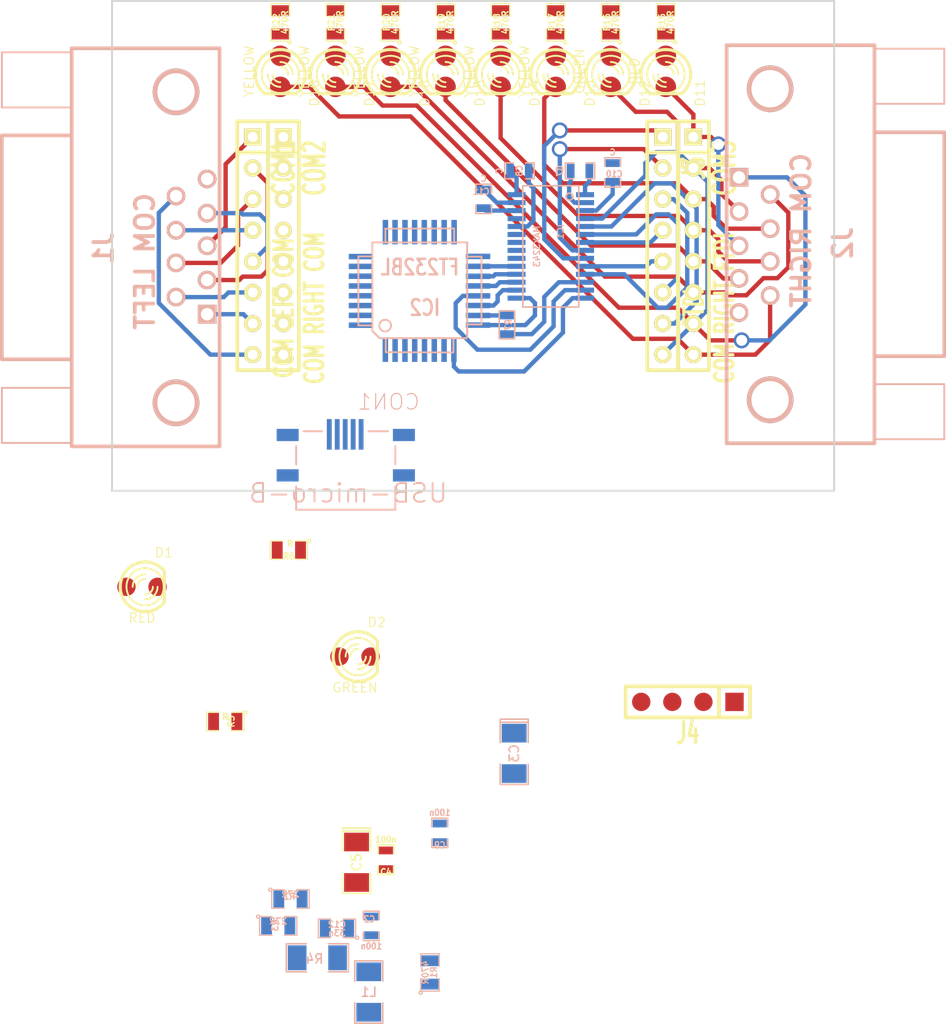
<source format=kicad_pcb>
(kicad_pcb (version 3) (host pcbnew "(2013-jul-07)-stable")

  (general
    (links 117)
    (no_connects 71)
    (area 119.674999 73.674999 178.825001 113.825001)
    (thickness 1.6)
    (drawings 4)
    (tracks 226)
    (zones 0)
    (modules 46)
    (nets 62)
  )

  (page A4)
  (title_block 
    (title "Konverter USB-UART-RS232")
    (rev 1)
  )

  (layers
    (15 F.Cu signal)
    (0 B.Cu signal)
    (16 B.Adhes user)
    (17 F.Adhes user)
    (18 B.Paste user)
    (19 F.Paste user)
    (20 B.SilkS user)
    (21 F.SilkS user)
    (22 B.Mask user)
    (23 F.Mask user)
    (24 Dwgs.User user)
    (25 Cmts.User user)
    (26 Eco1.User user)
    (27 Eco2.User user)
    (28 Edge.Cuts user)
  )

  (setup
    (last_trace_width 0.3556)
    (user_trace_width 0.254)
    (user_trace_width 0.3556)
    (user_trace_width 0.4572)
    (user_trace_width 0.7112)
    (trace_clearance 0.2032)
    (zone_clearance 0.508)
    (zone_45_only no)
    (trace_min 0.254)
    (segment_width 0.2)
    (edge_width 0.15)
    (via_size 1.3)
    (via_drill 0.9)
    (via_min_size 1.3)
    (via_min_drill 0.9)
    (uvia_size 0.508)
    (uvia_drill 0.127)
    (uvias_allowed no)
    (uvia_min_size 0.508)
    (uvia_min_drill 0.127)
    (pcb_text_width 0.3)
    (pcb_text_size 1 1)
    (mod_edge_width 0.15)
    (mod_text_size 1 1)
    (mod_text_width 0.15)
    (pad_size 1.5 1.5)
    (pad_drill 0)
    (pad_to_mask_clearance 0)
    (aux_axis_origin 0 0)
    (visible_elements FFFF7BBF)
    (pcbplotparams
      (layerselection 3178497)
      (usegerberextensions true)
      (excludeedgelayer true)
      (linewidth 0.150000)
      (plotframeref false)
      (viasonmask false)
      (mode 1)
      (useauxorigin false)
      (hpglpennumber 1)
      (hpglpenspeed 20)
      (hpglpendiameter 15)
      (hpglpenoverlay 2)
      (psnegative false)
      (psa4output false)
      (plotreference true)
      (plotvalue true)
      (plotothertext true)
      (plotinvisibletext false)
      (padsonsilk false)
      (subtractmaskfromsilk false)
      (outputformat 1)
      (mirror false)
      (drillshape 0)
      (scaleselection 1)
      (outputdirectory ""))
  )

  (net 0 "")
  (net 1 "/CTS COM")
  (net 2 "/CTS COM LEFT")
  (net 3 /D+)
  (net 4 /D++)
  (net 5 /D-)
  (net 6 /D--)
  (net 7 "/DCD COM")
  (net 8 "/DCD COM LEFT")
  (net 9 "/DSR COM")
  (net 10 "/DSR COM LEFT")
  (net 11 "/DTR COM")
  (net 12 "/DTR COM LEFT")
  (net 13 "/RI COM")
  (net 14 "/RI COM LEFT")
  (net 15 "/RST COM")
  (net 16 "/RST COM LEFT")
  (net 17 "/RX LED")
  (net 18 "/Rin: CTS")
  (net 19 "/Rin: DCD")
  (net 20 "/Rin: DSR")
  (net 21 "/Rin: RI")
  (net 22 "/Rin: RxD")
  (net 23 "/Rout: CTS")
  (net 24 "/Rout: DCD")
  (net 25 "/Rout: DSR")
  (net 26 "/Rout: RI")
  (net 27 "/Rout: RxD")
  (net 28 "/RxD COM")
  (net 29 "/RxD COM LEFT")
  (net 30 "/TX LED")
  (net 31 "/Tin: DTR")
  (net 32 "/Tin: RST")
  (net 33 "/Tin: RST2")
  (net 34 "/Tin: TxD")
  (net 35 "/Tout: DTR")
  (net 36 "/Tout: RST")
  (net 37 "/Tout: TxD")
  (net 38 "/TxD COM")
  (net 39 "/TxD COM LEFT")
  (net 40 "/USB Vcc")
  (net 41 GND)
  (net 42 N-000001)
  (net 43 N-0000010)
  (net 44 N-0000011)
  (net 45 N-0000012)
  (net 46 N-0000013)
  (net 47 N-0000014)
  (net 48 N-0000015)
  (net 49 N-0000016)
  (net 50 N-0000017)
  (net 51 N-000002)
  (net 52 N-000003)
  (net 53 N-000004)
  (net 54 N-0000043)
  (net 55 N-0000044)
  (net 56 N-000005)
  (net 57 N-000006)
  (net 58 N-000007)
  (net 59 N-000008)
  (net 60 N-000009)
  (net 61 VCC)

  (net_class Default "To jest domyślna klasa połączeń."
    (clearance 0.2032)
    (trace_width 0.3556)
    (via_dia 1.3)
    (via_drill 0.9)
    (uvia_dia 0.508)
    (uvia_drill 0.127)
    (add_net "")
    (add_net "/CTS COM")
    (add_net "/CTS COM LEFT")
    (add_net /D+)
    (add_net /D++)
    (add_net /D-)
    (add_net /D--)
    (add_net "/DCD COM")
    (add_net "/DCD COM LEFT")
    (add_net "/DSR COM")
    (add_net "/DSR COM LEFT")
    (add_net "/DTR COM")
    (add_net "/DTR COM LEFT")
    (add_net "/RI COM")
    (add_net "/RI COM LEFT")
    (add_net "/RST COM")
    (add_net "/RST COM LEFT")
    (add_net "/RX LED")
    (add_net "/Rin: CTS")
    (add_net "/Rin: DCD")
    (add_net "/Rin: DSR")
    (add_net "/Rin: RI")
    (add_net "/Rin: RxD")
    (add_net "/Rout: CTS")
    (add_net "/Rout: DCD")
    (add_net "/Rout: DSR")
    (add_net "/Rout: RI")
    (add_net "/Rout: RxD")
    (add_net "/RxD COM")
    (add_net "/RxD COM LEFT")
    (add_net "/TX LED")
    (add_net "/Tin: DTR")
    (add_net "/Tin: RST")
    (add_net "/Tin: RST2")
    (add_net "/Tin: TxD")
    (add_net "/Tout: DTR")
    (add_net "/Tout: RST")
    (add_net "/Tout: TxD")
    (add_net "/TxD COM")
    (add_net "/TxD COM LEFT")
    (add_net N-000001)
    (add_net N-0000010)
    (add_net N-0000011)
    (add_net N-0000012)
    (add_net N-0000013)
    (add_net N-0000014)
    (add_net N-0000015)
    (add_net N-0000016)
    (add_net N-0000017)
    (add_net N-000002)
    (add_net N-000003)
    (add_net N-000004)
    (add_net N-0000043)
    (add_net N-0000044)
    (add_net N-000005)
    (add_net N-000006)
    (add_net N-000007)
    (add_net N-000008)
    (add_net N-000009)
  )

  (net_class power ""
    (clearance 0.2032)
    (trace_width 0.6096)
    (via_dia 1.3)
    (via_drill 0.9)
    (uvia_dia 0.508)
    (uvia_drill 0.127)
    (add_net "/USB Vcc")
    (add_net GND)
    (add_net VCC)
  )

  (net_class "small track" ""
    (clearance 0.2032)
    (trace_width 0.254)
    (via_dia 1.3)
    (via_drill 0.9)
    (uvia_dia 0.508)
    (uvia_drill 0.127)
  )

  (module tssop-28   placed (layer B.Cu) (tedit 55773508) (tstamp 5570C0CD)
    (at 155.6 93.8 270)
    (descr TSSOP-28)
    (path /55708B93)
    (fp_text reference IC1 (at -1.2 -0.8 270) (layer B.SilkS)
      (effects (font (size 0.50038 0.50038) (thickness 0.09906)) (justify mirror))
    )
    (fp_text value MAX3243 (at 0 1.143 270) (layer B.SilkS)
      (effects (font (size 0.50038 0.50038) (thickness 0.09906)) (justify mirror))
    )
    (fp_line (start 4.953 2.286) (end -4.953 2.286) (layer B.SilkS) (width 0.127))
    (fp_line (start -4.953 2.286) (end -4.953 -2.286) (layer B.SilkS) (width 0.127))
    (fp_line (start -4.953 -2.286) (end 4.953 -2.286) (layer B.SilkS) (width 0.127))
    (fp_line (start 4.953 -2.286) (end 4.953 2.286) (layer B.SilkS) (width 0.127))
    (fp_circle (center -4.064 -1.524) (end -4.191 -1.778) (layer B.SilkS) (width 0.127))
    (pad 7 smd rect (at -0.32512 -2.79908 270) (size 0.4191 1.47066)
      (layers B.Cu B.Paste B.Mask)
      (net 18 "/Rin: CTS")
    )
    (pad 8 smd rect (at 0.32512 -2.79908 270) (size 0.4191 1.47066)
      (layers B.Cu B.Paste B.Mask)
      (net 22 "/Rin: RxD")
    )
    (pad 9 smd rect (at 0.97536 -2.79908 270) (size 0.4191 1.47066)
      (layers B.Cu B.Paste B.Mask)
      (net 37 "/Tout: TxD")
    )
    (pad 10 smd rect (at 1.6256 -2.79908 270) (size 0.4191 1.47066)
      (layers B.Cu B.Paste B.Mask)
      (net 35 "/Tout: DTR")
    )
    (pad 25 smd rect (at -2.26568 2.794 270) (size 0.4191 1.47066)
      (layers B.Cu B.Paste B.Mask)
      (net 41 GND)
    )
    (pad 4 smd rect (at -2.27584 -2.79908 270) (size 0.4191 1.47066)
      (layers B.Cu B.Paste B.Mask)
      (net 21 "/Rin: RI")
    )
    (pad 5 smd rect (at -1.6256 -2.79908 270) (size 0.4191 1.47066)
      (layers B.Cu B.Paste B.Mask)
      (net 19 "/Rin: DCD")
    )
    (pad 6 smd rect (at -0.97536 -2.79908 270) (size 0.4191 1.47066)
      (layers B.Cu B.Paste B.Mask)
      (net 20 "/Rin: DSR")
    )
    (pad 18 smd rect (at 2.27584 2.79908 270) (size 0.4191 1.47066)
      (layers B.Cu B.Paste B.Mask)
      (net 24 "/Rout: DCD")
    )
    (pad 19 smd rect (at 1.6256 2.79908 270) (size 0.4191 1.47066)
      (layers B.Cu B.Paste B.Mask)
      (net 26 "/Rout: RI")
    )
    (pad 20 smd rect (at 0.97536 2.79908 270) (size 0.4191 1.47066)
      (layers B.Cu B.Paste B.Mask)
    )
    (pad 21 smd rect (at 0.32512 2.79908 270) (size 0.4191 1.47066)
      (layers B.Cu B.Paste B.Mask)
    )
    (pad 22 smd rect (at -0.32512 2.79908 270) (size 0.4191 1.47066)
      (layers B.Cu B.Paste B.Mask)
      (net 61 VCC)
    )
    (pad 23 smd rect (at -0.97536 2.79908 270) (size 0.4191 1.47066)
      (layers B.Cu B.Paste B.Mask)
      (net 61 VCC)
    )
    (pad 11 smd rect (at 2.27584 -2.79908 270) (size 0.4191 1.47066)
      (layers B.Cu B.Paste B.Mask)
      (net 36 "/Tout: RST")
    )
    (pad 24 smd rect (at -1.6256 2.794 270) (size 0.4191 1.47066)
      (layers B.Cu B.Paste B.Mask)
      (net 59 N-000008)
    )
    (pad 3 smd rect (at -2.92608 -2.79908 270) (size 0.4191 1.47066)
      (layers B.Cu B.Paste B.Mask)
      (net 47 N-0000014)
    )
    (pad 12 smd rect (at 2.92608 -2.79908 270) (size 0.4191 1.47066)
      (layers B.Cu B.Paste B.Mask)
      (net 33 "/Tin: RST2")
    )
    (pad 17 smd rect (at 2.92608 2.79908 270) (size 0.4191 1.47066)
      (layers B.Cu B.Paste B.Mask)
      (net 25 "/Rout: DSR")
    )
    (pad 26 smd rect (at -2.92608 2.79908 270) (size 0.4191 1.47066)
      (layers B.Cu B.Paste B.Mask)
      (net 61 VCC)
    )
    (pad 2 smd rect (at -3.57378 -2.79908 270) (size 0.4191 1.47066)
      (layers B.Cu B.Paste B.Mask)
      (net 48 N-0000015)
    )
    (pad 13 smd rect (at 3.57378 -2.79908 270) (size 0.4191 1.47066)
      (layers B.Cu B.Paste B.Mask)
      (net 31 "/Tin: DTR")
    )
    (pad 16 smd rect (at 3.57378 2.79908 270) (size 0.4191 1.47066)
      (layers B.Cu B.Paste B.Mask)
      (net 23 "/Rout: CTS")
    )
    (pad 27 smd rect (at -3.57378 2.79908 270) (size 0.4191 1.47066)
      (layers B.Cu B.Paste B.Mask)
      (net 50 N-0000017)
    )
    (pad 1 smd rect (at -4.22402 -2.79908 270) (size 0.4191 1.47066)
      (layers B.Cu B.Paste B.Mask)
      (net 49 N-0000016)
    )
    (pad 14 smd rect (at 4.22402 -2.79908 270) (size 0.4191 1.47066)
      (layers B.Cu B.Paste B.Mask)
      (net 34 "/Tin: TxD")
    )
    (pad 15 smd rect (at 4.22402 2.79908 270) (size 0.4191 1.47066)
      (layers B.Cu B.Paste B.Mask)
      (net 27 "/Rout: RxD")
    )
    (pad 28 smd rect (at -4.22402 2.79908 270) (size 0.4191 1.47066)
      (layers B.Cu B.Paste B.Mask)
      (net 60 N-000009)
    )
    (model smd/smd_dil/tssop-28.wrl
      (at (xyz 0 0 0))
      (scale (xyz 1 1 1))
      (rotate (xyz 0 0 0))
    )
  )

  (module DB9MC-v2 (layer B.Cu) (tedit 556F6EA1) (tstamp 5570C1DA)
    (at 126.25 93.75 270)
    (descr "Connecteur DB9 male couche")
    (tags "CONN DB9")
    (path /556E2997)
    (fp_text reference J1 (at 0.2 7.2 270) (layer B.SilkS)
      (effects (font (size 1.524 1.524) (thickness 0.3048)) (justify mirror))
    )
    (fp_text value "COM LEFT" (at 1.27 3.81 270) (layer B.SilkS)
      (effects (font (size 1.524 1.524) (thickness 0.3048)) (justify mirror))
    )
    (fp_line (start 16.1 9.8) (end 16.1 15.5) (layer B.SilkS) (width 0.15))
    (fp_line (start 16.1 15.5) (end 11.6 15.5) (layer B.SilkS) (width 0.15))
    (fp_line (start 11.6 15.5) (end 11.6 9.8) (layer B.SilkS) (width 0.15))
    (fp_line (start -15.8 9.8) (end -15.8 15.5) (layer B.SilkS) (width 0.15))
    (fp_line (start -15.8 15.5) (end -11.3 15.5) (layer B.SilkS) (width 0.15))
    (fp_line (start -11.3 15.5) (end -11.3 9.8) (layer B.SilkS) (width 0.15))
    (fp_line (start -16.129 -2.286) (end 16.383 -2.286) (layer B.SilkS) (width 0.3048))
    (fp_line (start 16.383 -2.286) (end 16.383 9.8) (layer B.SilkS) (width 0.3048))
    (fp_line (start 16.383 9.794) (end -16.129 9.794) (layer B.SilkS) (width 0.3048))
    (fp_line (start -16.129 9.8) (end -16.129 -2.286) (layer B.SilkS) (width 0.3048))
    (fp_line (start -9.017 15.494) (end -9.017 9.8) (layer B.SilkS) (width 0.3048))
    (fp_line (start -9.017 15.5) (end 9.271 15.5) (layer B.SilkS) (width 0.3048))
    (fp_line (start 9.271 9.8) (end 9.271 15.494) (layer B.SilkS) (width 0.3048))
    (pad "" thru_hole circle (at 12.827 1.27 270) (size 3.81 3.81) (drill 3.048)
      (layers *.Cu *.Mask B.SilkS)
    )
    (pad "" thru_hole circle (at -12.573 1.27 270) (size 3.81 3.81) (drill 3.048)
      (layers *.Cu *.Mask B.SilkS)
    )
    (pad 1 thru_hole rect (at 5.588 -1.27 270) (size 1.524 1.524) (drill 1.016)
      (layers *.Cu *.Mask B.SilkS)
      (net 8 "/DCD COM LEFT")
    )
    (pad 2 thru_hole circle (at 2.794 -1.27 270) (size 1.524 1.524) (drill 1.016)
      (layers *.Cu *.Mask B.SilkS)
      (net 29 "/RxD COM LEFT")
    )
    (pad 3 thru_hole circle (at 0 -1.27 270) (size 1.524 1.524) (drill 1.016)
      (layers *.Cu *.Mask B.SilkS)
      (net 39 "/TxD COM LEFT")
    )
    (pad 4 thru_hole circle (at -2.667 -1.27 270) (size 1.524 1.524) (drill 1.016)
      (layers *.Cu *.Mask B.SilkS)
      (net 12 "/DTR COM LEFT")
    )
    (pad 5 thru_hole circle (at -5.461 -1.27 270) (size 1.524 1.524) (drill 1.016)
      (layers *.Cu *.Mask B.SilkS)
      (net 41 GND)
    )
    (pad 9 thru_hole circle (at -4.064 1.27 270) (size 1.524 1.524) (drill 1.016)
      (layers *.Cu *.Mask B.SilkS)
      (net 14 "/RI COM LEFT")
    )
    (pad 8 thru_hole circle (at -1.27 1.27 270) (size 1.524 1.524) (drill 1.016)
      (layers *.Cu *.Mask B.SilkS)
      (net 2 "/CTS COM LEFT")
    )
    (pad 7 thru_hole circle (at 1.397 1.27 270) (size 1.524 1.524) (drill 1.016)
      (layers *.Cu *.Mask B.SilkS)
      (net 16 "/RST COM LEFT")
    )
    (pad 6 thru_hole circle (at 4.191 1.27 270) (size 1.524 1.524) (drill 1.016)
      (layers *.Cu *.Mask B.SilkS)
      (net 10 "/DSR COM LEFT")
    )
    (model conn_DBxx/db9_male_pin90deg.wrl
      (at (xyz 0 0 0))
      (scale (xyz 1 1 1))
      (rotate (xyz 0 0 0))
    )
  )

  (module DB9MC-v2 (layer B.Cu) (tedit 556F6EA1) (tstamp 5573A674)
    (at 172.25 93.75 90)
    (descr "Connecteur DB9 male couche")
    (tags "CONN DB9")
    (path /556E29A6)
    (fp_text reference J2 (at 0.2 7.2 90) (layer B.SilkS)
      (effects (font (size 1.524 1.524) (thickness 0.3048)) (justify mirror))
    )
    (fp_text value "COM RIGHT" (at 1.27 3.81 90) (layer B.SilkS)
      (effects (font (size 1.524 1.524) (thickness 0.3048)) (justify mirror))
    )
    (fp_line (start 16.1 9.8) (end 16.1 15.5) (layer B.SilkS) (width 0.15))
    (fp_line (start 16.1 15.5) (end 11.6 15.5) (layer B.SilkS) (width 0.15))
    (fp_line (start 11.6 15.5) (end 11.6 9.8) (layer B.SilkS) (width 0.15))
    (fp_line (start -15.8 9.8) (end -15.8 15.5) (layer B.SilkS) (width 0.15))
    (fp_line (start -15.8 15.5) (end -11.3 15.5) (layer B.SilkS) (width 0.15))
    (fp_line (start -11.3 15.5) (end -11.3 9.8) (layer B.SilkS) (width 0.15))
    (fp_line (start -16.129 -2.286) (end 16.383 -2.286) (layer B.SilkS) (width 0.3048))
    (fp_line (start 16.383 -2.286) (end 16.383 9.8) (layer B.SilkS) (width 0.3048))
    (fp_line (start 16.383 9.794) (end -16.129 9.794) (layer B.SilkS) (width 0.3048))
    (fp_line (start -16.129 9.8) (end -16.129 -2.286) (layer B.SilkS) (width 0.3048))
    (fp_line (start -9.017 15.494) (end -9.017 9.8) (layer B.SilkS) (width 0.3048))
    (fp_line (start -9.017 15.5) (end 9.271 15.5) (layer B.SilkS) (width 0.3048))
    (fp_line (start 9.271 9.8) (end 9.271 15.494) (layer B.SilkS) (width 0.3048))
    (pad "" thru_hole circle (at 12.827 1.27 90) (size 3.81 3.81) (drill 3.048)
      (layers *.Cu *.Mask B.SilkS)
    )
    (pad "" thru_hole circle (at -12.573 1.27 90) (size 3.81 3.81) (drill 3.048)
      (layers *.Cu *.Mask B.SilkS)
    )
    (pad 1 thru_hole rect (at 5.588 -1.27 90) (size 1.524 1.524) (drill 1.016)
      (layers *.Cu *.Mask B.SilkS)
      (net 7 "/DCD COM")
    )
    (pad 2 thru_hole circle (at 2.794 -1.27 90) (size 1.524 1.524) (drill 1.016)
      (layers *.Cu *.Mask B.SilkS)
      (net 28 "/RxD COM")
    )
    (pad 3 thru_hole circle (at 0 -1.27 90) (size 1.524 1.524) (drill 1.016)
      (layers *.Cu *.Mask B.SilkS)
      (net 38 "/TxD COM")
    )
    (pad 4 thru_hole circle (at -2.667 -1.27 90) (size 1.524 1.524) (drill 1.016)
      (layers *.Cu *.Mask B.SilkS)
      (net 11 "/DTR COM")
    )
    (pad 5 thru_hole circle (at -5.461 -1.27 90) (size 1.524 1.524) (drill 1.016)
      (layers *.Cu *.Mask B.SilkS)
      (net 41 GND)
    )
    (pad 9 thru_hole circle (at -4.064 1.27 90) (size 1.524 1.524) (drill 1.016)
      (layers *.Cu *.Mask B.SilkS)
      (net 13 "/RI COM")
    )
    (pad 8 thru_hole circle (at -1.27 1.27 90) (size 1.524 1.524) (drill 1.016)
      (layers *.Cu *.Mask B.SilkS)
      (net 1 "/CTS COM")
    )
    (pad 7 thru_hole circle (at 1.397 1.27 90) (size 1.524 1.524) (drill 1.016)
      (layers *.Cu *.Mask B.SilkS)
      (net 15 "/RST COM")
    )
    (pad 6 thru_hole circle (at 4.191 1.27 90) (size 1.524 1.524) (drill 1.016)
      (layers *.Cu *.Mask B.SilkS)
      (net 9 "/DSR COM")
    )
    (model conn_DBxx/db9_male_pin90deg.wrl
      (at (xyz 0 0 0))
      (scale (xyz 1 1 1))
      (rotate (xyz 0 0 0))
    )
  )

  (module SM1206POL   placed (layer F.Cu) (tedit 42806E4C) (tstamp 5570BE70)
    (at 139.729 144.096 270)
    (path /55712DFA)
    (attr smd)
    (fp_text reference C5 (at 0 0 270) (layer F.SilkS)
      (effects (font (size 0.762 0.762) (thickness 0.127)))
    )
    (fp_text value 10u (at 0 0 270) (layer F.SilkS) hide
      (effects (font (size 0.762 0.762) (thickness 0.127)))
    )
    (fp_line (start -2.54 -1.143) (end -2.794 -1.143) (layer F.SilkS) (width 0.127))
    (fp_line (start -2.794 -1.143) (end -2.794 1.143) (layer F.SilkS) (width 0.127))
    (fp_line (start -2.794 1.143) (end -2.54 1.143) (layer F.SilkS) (width 0.127))
    (fp_line (start -2.54 -1.143) (end -2.54 1.143) (layer F.SilkS) (width 0.127))
    (fp_line (start -2.54 1.143) (end -0.889 1.143) (layer F.SilkS) (width 0.127))
    (fp_line (start 0.889 -1.143) (end 2.54 -1.143) (layer F.SilkS) (width 0.127))
    (fp_line (start 2.54 -1.143) (end 2.54 1.143) (layer F.SilkS) (width 0.127))
    (fp_line (start 2.54 1.143) (end 0.889 1.143) (layer F.SilkS) (width 0.127))
    (fp_line (start -0.889 -1.143) (end -2.54 -1.143) (layer F.SilkS) (width 0.127))
    (pad 1 smd rect (at -1.651 0 270) (size 1.524 2.032)
      (layers F.Cu F.Paste F.Mask)
      (net 61 VCC)
    )
    (pad 2 smd rect (at 1.651 0 270) (size 1.524 2.032)
      (layers F.Cu F.Paste F.Mask)
      (net 41 GND)
    )
    (model smd/chip_cms_pol.wrl
      (at (xyz 0 0 0))
      (scale (xyz 0.17 0.16 0.16))
      (rotate (xyz 0 0 0))
    )
  )

  (module SM1206POL   placed (layer B.Cu) (tedit 42806E4C) (tstamp 5570BE80)
    (at 152.61 135.204 270)
    (path /55704B52)
    (attr smd)
    (fp_text reference C3 (at 0 0 270) (layer B.SilkS)
      (effects (font (size 0.762 0.762) (thickness 0.127)) (justify mirror))
    )
    (fp_text value 10u (at 0 0 270) (layer B.SilkS) hide
      (effects (font (size 0.762 0.762) (thickness 0.127)) (justify mirror))
    )
    (fp_line (start -2.54 1.143) (end -2.794 1.143) (layer B.SilkS) (width 0.127))
    (fp_line (start -2.794 1.143) (end -2.794 -1.143) (layer B.SilkS) (width 0.127))
    (fp_line (start -2.794 -1.143) (end -2.54 -1.143) (layer B.SilkS) (width 0.127))
    (fp_line (start -2.54 1.143) (end -2.54 -1.143) (layer B.SilkS) (width 0.127))
    (fp_line (start -2.54 -1.143) (end -0.889 -1.143) (layer B.SilkS) (width 0.127))
    (fp_line (start 0.889 1.143) (end 2.54 1.143) (layer B.SilkS) (width 0.127))
    (fp_line (start 2.54 1.143) (end 2.54 -1.143) (layer B.SilkS) (width 0.127))
    (fp_line (start 2.54 -1.143) (end 0.889 -1.143) (layer B.SilkS) (width 0.127))
    (fp_line (start -0.889 1.143) (end -2.54 1.143) (layer B.SilkS) (width 0.127))
    (pad 1 smd rect (at -1.651 0 270) (size 1.524 2.032)
      (layers B.Cu B.Paste B.Mask)
      (net 40 "/USB Vcc")
    )
    (pad 2 smd rect (at 1.651 0 270) (size 1.524 2.032)
      (layers B.Cu B.Paste B.Mask)
      (net 41 GND)
    )
    (model smd/chip_cms_pol.wrl
      (at (xyz 0 0 0))
      (scale (xyz 0.17 0.16 0.16))
      (rotate (xyz 0 0 0))
    )
  )

  (module SM1206   placed (layer B.Cu) (tedit 55738B9B) (tstamp 5570BE8D)
    (at 140.729 154.696 90)
    (path /5570443A)
    (attr smd)
    (fp_text reference L1 (at 0 0 180) (layer B.SilkS)
      (effects (font (size 0.762 0.762) (thickness 0.127)) (justify mirror))
    )
    (fp_text value INDUCTOR_SMALL (at 0 0 90) (layer B.SilkS) hide
      (effects (font (size 0.762 0.762) (thickness 0.127)) (justify mirror))
    )
    (fp_line (start -2.54 1.143) (end -2.54 -1.143) (layer B.SilkS) (width 0.127))
    (fp_line (start -2.54 -1.143) (end -0.889 -1.143) (layer B.SilkS) (width 0.127))
    (fp_line (start 0.889 1.143) (end 2.54 1.143) (layer B.SilkS) (width 0.127))
    (fp_line (start 2.54 1.143) (end 2.54 -1.143) (layer B.SilkS) (width 0.127))
    (fp_line (start 2.54 -1.143) (end 0.889 -1.143) (layer B.SilkS) (width 0.127))
    (fp_line (start -0.889 1.143) (end -2.54 1.143) (layer B.SilkS) (width 0.127))
    (pad 1 smd rect (at -1.651 0 90) (size 1.524 2.032)
      (layers B.Cu B.Paste B.Mask)
      (net 40 "/USB Vcc")
    )
    (pad 2 smd rect (at 1.651 0 90) (size 1.524 2.032)
      (layers B.Cu B.Paste B.Mask)
      (net 61 VCC)
    )
    (model smd/chip_cms.wrl
      (at (xyz 0 0 0))
      (scale (xyz 0.17 0.16 0.16))
      (rotate (xyz 0 0 0))
    )
  )

  (module SM1206   placed (layer B.Cu) (tedit 5573E66E) (tstamp 5570BE9A)
    (at 136.529 151.896 180)
    (path /55704B74)
    (attr smd)
    (fp_text reference R4 (at 0.25 -0.1 180) (layer B.SilkS)
      (effects (font (size 0.762 0.762) (thickness 0.127)) (justify mirror))
    )
    (fp_text value 1k5 (at 0 0 180) (layer B.SilkS) hide
      (effects (font (size 0.762 0.762) (thickness 0.127)) (justify mirror))
    )
    (fp_line (start -2.54 1.143) (end -2.54 -1.143) (layer B.SilkS) (width 0.127))
    (fp_line (start -2.54 -1.143) (end -0.889 -1.143) (layer B.SilkS) (width 0.127))
    (fp_line (start 0.889 1.143) (end 2.54 1.143) (layer B.SilkS) (width 0.127))
    (fp_line (start 2.54 1.143) (end 2.54 -1.143) (layer B.SilkS) (width 0.127))
    (fp_line (start 2.54 -1.143) (end 0.889 -1.143) (layer B.SilkS) (width 0.127))
    (fp_line (start -0.889 1.143) (end -2.54 1.143) (layer B.SilkS) (width 0.127))
    (pad 1 smd rect (at -1.651 0 180) (size 1.524 2.032)
      (layers B.Cu B.Paste B.Mask)
      (net 46 N-0000013)
    )
    (pad 2 smd rect (at 1.651 0 180) (size 1.524 2.032)
      (layers B.Cu B.Paste B.Mask)
      (net 4 /D++)
    )
    (model smd/chip_cms.wrl
      (at (xyz 0 0 0))
      (scale (xyz 0.17 0.16 0.16))
      (rotate (xyz 0 0 0))
    )
  )

  (module SM0805   placed (layer F.Cu) (tedit 5573883C) (tstamp 5570BE60)
    (at 165 75.5 90)
    (path /5570AFE8)
    (attr smd)
    (fp_text reference R15 (at 0 -0.3175 90) (layer F.SilkS)
      (effects (font (size 0.50038 0.50038) (thickness 0.10922)))
    )
    (fp_text value 470R (at 0 0.381 90) (layer F.SilkS)
      (effects (font (size 0.50038 0.50038) (thickness 0.10922)))
    )
    (fp_circle (center -1.651 0.762) (end -1.651 0.635) (layer F.SilkS) (width 0.09906))
    (fp_line (start -0.508 0.762) (end -1.524 0.762) (layer F.SilkS) (width 0.09906))
    (fp_line (start -1.524 0.762) (end -1.524 -0.762) (layer F.SilkS) (width 0.09906))
    (fp_line (start -1.524 -0.762) (end -0.508 -0.762) (layer F.SilkS) (width 0.09906))
    (fp_line (start 0.508 -0.762) (end 1.524 -0.762) (layer F.SilkS) (width 0.09906))
    (fp_line (start 1.524 -0.762) (end 1.524 0.762) (layer F.SilkS) (width 0.09906))
    (fp_line (start 1.524 0.762) (end 0.508 0.762) (layer F.SilkS) (width 0.09906))
    (pad 1 smd rect (at -0.9525 0 90) (size 0.889 1.397)
      (layers F.Cu F.Paste F.Mask)
      (net 57 N-000006)
    )
    (pad 2 smd rect (at 0.9525 0 90) (size 0.889 1.397)
      (layers F.Cu F.Paste F.Mask)
      (net 41 GND)
    )
    (model smd/chip_cms.wrl
      (at (xyz 0 0 0))
      (scale (xyz 0.1 0.1 0.1))
      (rotate (xyz 0 0 0))
    )
  )

  (module SM0805   placed (layer F.Cu) (tedit 5091495C) (tstamp 5570BE36)
    (at 133.5 75.5 90)
    (path /5570B20D)
    (attr smd)
    (fp_text reference R22 (at 0 -0.3175 90) (layer F.SilkS)
      (effects (font (size 0.50038 0.50038) (thickness 0.10922)))
    )
    (fp_text value 470R (at 0 0.381 90) (layer F.SilkS)
      (effects (font (size 0.50038 0.50038) (thickness 0.10922)))
    )
    (fp_circle (center -1.651 0.762) (end -1.651 0.635) (layer F.SilkS) (width 0.09906))
    (fp_line (start -0.508 0.762) (end -1.524 0.762) (layer F.SilkS) (width 0.09906))
    (fp_line (start -1.524 0.762) (end -1.524 -0.762) (layer F.SilkS) (width 0.09906))
    (fp_line (start -1.524 -0.762) (end -0.508 -0.762) (layer F.SilkS) (width 0.09906))
    (fp_line (start 0.508 -0.762) (end 1.524 -0.762) (layer F.SilkS) (width 0.09906))
    (fp_line (start 1.524 -0.762) (end 1.524 0.762) (layer F.SilkS) (width 0.09906))
    (fp_line (start 1.524 0.762) (end 0.508 0.762) (layer F.SilkS) (width 0.09906))
    (pad 1 smd rect (at -0.9525 0 90) (size 0.889 1.397)
      (layers F.Cu F.Paste F.Mask)
      (net 43 N-0000010)
    )
    (pad 2 smd rect (at 0.9525 0 90) (size 0.889 1.397)
      (layers F.Cu F.Paste F.Mask)
      (net 41 GND)
    )
    (model smd/chip_cms.wrl
      (at (xyz 0 0 0))
      (scale (xyz 0.1 0.1 0.1))
      (rotate (xyz 0 0 0))
    )
  )

  (module SM0805   placed (layer F.Cu) (tedit 5573883A) (tstamp 5570BE52)
    (at 160.5 75.5 90)
    (path /5570B1E9)
    (attr smd)
    (fp_text reference R16 (at 0 -0.3175 90) (layer F.SilkS)
      (effects (font (size 0.50038 0.50038) (thickness 0.10922)))
    )
    (fp_text value 470R (at 0 0.381 90) (layer F.SilkS)
      (effects (font (size 0.50038 0.50038) (thickness 0.10922)))
    )
    (fp_circle (center -1.651 0.762) (end -1.651 0.635) (layer F.SilkS) (width 0.09906))
    (fp_line (start -0.508 0.762) (end -1.524 0.762) (layer F.SilkS) (width 0.09906))
    (fp_line (start -1.524 0.762) (end -1.524 -0.762) (layer F.SilkS) (width 0.09906))
    (fp_line (start -1.524 -0.762) (end -0.508 -0.762) (layer F.SilkS) (width 0.09906))
    (fp_line (start 0.508 -0.762) (end 1.524 -0.762) (layer F.SilkS) (width 0.09906))
    (fp_line (start 1.524 -0.762) (end 1.524 0.762) (layer F.SilkS) (width 0.09906))
    (fp_line (start 1.524 0.762) (end 0.508 0.762) (layer F.SilkS) (width 0.09906))
    (pad 1 smd rect (at -0.9525 0 90) (size 0.889 1.397)
      (layers F.Cu F.Paste F.Mask)
      (net 56 N-000005)
    )
    (pad 2 smd rect (at 0.9525 0 90) (size 0.889 1.397)
      (layers F.Cu F.Paste F.Mask)
      (net 41 GND)
    )
    (model smd/chip_cms.wrl
      (at (xyz 0 0 0))
      (scale (xyz 0.1 0.1 0.1))
      (rotate (xyz 0 0 0))
    )
  )

  (module SM0805   placed (layer F.Cu) (tedit 5091495C) (tstamp 5570BE28)
    (at 156 75.5 90)
    (path /5570B1EF)
    (attr smd)
    (fp_text reference R17 (at 0 -0.3175 90) (layer F.SilkS)
      (effects (font (size 0.50038 0.50038) (thickness 0.10922)))
    )
    (fp_text value 470R (at 0 0.381 90) (layer F.SilkS)
      (effects (font (size 0.50038 0.50038) (thickness 0.10922)))
    )
    (fp_circle (center -1.651 0.762) (end -1.651 0.635) (layer F.SilkS) (width 0.09906))
    (fp_line (start -0.508 0.762) (end -1.524 0.762) (layer F.SilkS) (width 0.09906))
    (fp_line (start -1.524 0.762) (end -1.524 -0.762) (layer F.SilkS) (width 0.09906))
    (fp_line (start -1.524 -0.762) (end -0.508 -0.762) (layer F.SilkS) (width 0.09906))
    (fp_line (start 0.508 -0.762) (end 1.524 -0.762) (layer F.SilkS) (width 0.09906))
    (fp_line (start 1.524 -0.762) (end 1.524 0.762) (layer F.SilkS) (width 0.09906))
    (fp_line (start 1.524 0.762) (end 0.508 0.762) (layer F.SilkS) (width 0.09906))
    (pad 1 smd rect (at -0.9525 0 90) (size 0.889 1.397)
      (layers F.Cu F.Paste F.Mask)
      (net 53 N-000004)
    )
    (pad 2 smd rect (at 0.9525 0 90) (size 0.889 1.397)
      (layers F.Cu F.Paste F.Mask)
      (net 41 GND)
    )
    (model smd/chip_cms.wrl
      (at (xyz 0 0 0))
      (scale (xyz 0.1 0.1 0.1))
      (rotate (xyz 0 0 0))
    )
  )

  (module SM0805   placed (layer F.Cu) (tedit 55738835) (tstamp 5570BE1A)
    (at 151.5 75.5 90)
    (path /5570B1F5)
    (attr smd)
    (fp_text reference R18 (at 0 -0.3175 90) (layer F.SilkS)
      (effects (font (size 0.50038 0.50038) (thickness 0.10922)))
    )
    (fp_text value 470R (at 0 0.381 90) (layer F.SilkS)
      (effects (font (size 0.50038 0.50038) (thickness 0.10922)))
    )
    (fp_circle (center -1.651 0.762) (end -1.651 0.635) (layer F.SilkS) (width 0.09906))
    (fp_line (start -0.508 0.762) (end -1.524 0.762) (layer F.SilkS) (width 0.09906))
    (fp_line (start -1.524 0.762) (end -1.524 -0.762) (layer F.SilkS) (width 0.09906))
    (fp_line (start -1.524 -0.762) (end -0.508 -0.762) (layer F.SilkS) (width 0.09906))
    (fp_line (start 0.508 -0.762) (end 1.524 -0.762) (layer F.SilkS) (width 0.09906))
    (fp_line (start 1.524 -0.762) (end 1.524 0.762) (layer F.SilkS) (width 0.09906))
    (fp_line (start 1.524 0.762) (end 0.508 0.762) (layer F.SilkS) (width 0.09906))
    (pad 1 smd rect (at -0.9525 0 90) (size 0.889 1.397)
      (layers F.Cu F.Paste F.Mask)
      (net 52 N-000003)
    )
    (pad 2 smd rect (at 0.9525 0 90) (size 0.889 1.397)
      (layers F.Cu F.Paste F.Mask)
      (net 41 GND)
    )
    (model smd/chip_cms.wrl
      (at (xyz 0 0 0))
      (scale (xyz 0.1 0.1 0.1))
      (rotate (xyz 0 0 0))
    )
  )

  (module SM0805   placed (layer F.Cu) (tedit 5091495C) (tstamp 5570BE0C)
    (at 147 75.5 90)
    (path /5570B1FB)
    (attr smd)
    (fp_text reference R19 (at 0 -0.3175 90) (layer F.SilkS)
      (effects (font (size 0.50038 0.50038) (thickness 0.10922)))
    )
    (fp_text value 470R (at 0 0.381 90) (layer F.SilkS)
      (effects (font (size 0.50038 0.50038) (thickness 0.10922)))
    )
    (fp_circle (center -1.651 0.762) (end -1.651 0.635) (layer F.SilkS) (width 0.09906))
    (fp_line (start -0.508 0.762) (end -1.524 0.762) (layer F.SilkS) (width 0.09906))
    (fp_line (start -1.524 0.762) (end -1.524 -0.762) (layer F.SilkS) (width 0.09906))
    (fp_line (start -1.524 -0.762) (end -0.508 -0.762) (layer F.SilkS) (width 0.09906))
    (fp_line (start 0.508 -0.762) (end 1.524 -0.762) (layer F.SilkS) (width 0.09906))
    (fp_line (start 1.524 -0.762) (end 1.524 0.762) (layer F.SilkS) (width 0.09906))
    (fp_line (start 1.524 0.762) (end 0.508 0.762) (layer F.SilkS) (width 0.09906))
    (pad 1 smd rect (at -0.9525 0 90) (size 0.889 1.397)
      (layers F.Cu F.Paste F.Mask)
      (net 51 N-000002)
    )
    (pad 2 smd rect (at 0.9525 0 90) (size 0.889 1.397)
      (layers F.Cu F.Paste F.Mask)
      (net 41 GND)
    )
    (model smd/chip_cms.wrl
      (at (xyz 0 0 0))
      (scale (xyz 0.1 0.1 0.1))
      (rotate (xyz 0 0 0))
    )
  )

  (module SM0805   placed (layer F.Cu) (tedit 55738832) (tstamp 5570BDFE)
    (at 142.5 75.5 90)
    (path /5570B201)
    (attr smd)
    (fp_text reference R20 (at 0 -0.3175 90) (layer F.SilkS)
      (effects (font (size 0.50038 0.50038) (thickness 0.10922)))
    )
    (fp_text value 470R (at 0 0.381 90) (layer F.SilkS)
      (effects (font (size 0.50038 0.50038) (thickness 0.10922)))
    )
    (fp_circle (center -1.651 0.762) (end -1.651 0.635) (layer F.SilkS) (width 0.09906))
    (fp_line (start -0.508 0.762) (end -1.524 0.762) (layer F.SilkS) (width 0.09906))
    (fp_line (start -1.524 0.762) (end -1.524 -0.762) (layer F.SilkS) (width 0.09906))
    (fp_line (start -1.524 -0.762) (end -0.508 -0.762) (layer F.SilkS) (width 0.09906))
    (fp_line (start 0.508 -0.762) (end 1.524 -0.762) (layer F.SilkS) (width 0.09906))
    (fp_line (start 1.524 -0.762) (end 1.524 0.762) (layer F.SilkS) (width 0.09906))
    (fp_line (start 1.524 0.762) (end 0.508 0.762) (layer F.SilkS) (width 0.09906))
    (pad 1 smd rect (at -0.9525 0 90) (size 0.889 1.397)
      (layers F.Cu F.Paste F.Mask)
      (net 42 N-000001)
    )
    (pad 2 smd rect (at 0.9525 0 90) (size 0.889 1.397)
      (layers F.Cu F.Paste F.Mask)
      (net 41 GND)
    )
    (model smd/chip_cms.wrl
      (at (xyz 0 0 0))
      (scale (xyz 0.1 0.1 0.1))
      (rotate (xyz 0 0 0))
    )
  )

  (module SM0805   placed (layer F.Cu) (tedit 55738827) (tstamp 5570BDF0)
    (at 138 75.5 90)
    (path /5570B207)
    (attr smd)
    (fp_text reference R21 (at 0 -0.3175 90) (layer F.SilkS)
      (effects (font (size 0.50038 0.50038) (thickness 0.10922)))
    )
    (fp_text value 470R (at 0 0.381 90) (layer F.SilkS)
      (effects (font (size 0.50038 0.50038) (thickness 0.10922)))
    )
    (fp_circle (center -1.651 0.762) (end -1.651 0.635) (layer F.SilkS) (width 0.09906))
    (fp_line (start -0.508 0.762) (end -1.524 0.762) (layer F.SilkS) (width 0.09906))
    (fp_line (start -1.524 0.762) (end -1.524 -0.762) (layer F.SilkS) (width 0.09906))
    (fp_line (start -1.524 -0.762) (end -0.508 -0.762) (layer F.SilkS) (width 0.09906))
    (fp_line (start 0.508 -0.762) (end 1.524 -0.762) (layer F.SilkS) (width 0.09906))
    (fp_line (start 1.524 -0.762) (end 1.524 0.762) (layer F.SilkS) (width 0.09906))
    (fp_line (start 1.524 0.762) (end 0.508 0.762) (layer F.SilkS) (width 0.09906))
    (pad 1 smd rect (at -0.9525 0 90) (size 0.889 1.397)
      (layers F.Cu F.Paste F.Mask)
      (net 58 N-000007)
    )
    (pad 2 smd rect (at 0.9525 0 90) (size 0.889 1.397)
      (layers F.Cu F.Paste F.Mask)
      (net 41 GND)
    )
    (model smd/chip_cms.wrl
      (at (xyz 0 0 0))
      (scale (xyz 0.1 0.1 0.1))
      (rotate (xyz 0 0 0))
    )
  )

  (module SM0805   placed (layer F.Cu) (tedit 55738D46) (tstamp 5570BD80)
    (at 129 132.6 180)
    (path /55704B86)
    (attr smd)
    (fp_text reference R5 (at -0.5 0 270) (layer F.SilkS)
      (effects (font (size 0.50038 0.50038) (thickness 0.10922)))
    )
    (fp_text value R (at 0 0.381 180) (layer F.SilkS)
      (effects (font (size 0.50038 0.50038) (thickness 0.10922)))
    )
    (fp_circle (center -1.651 0.762) (end -1.651 0.635) (layer F.SilkS) (width 0.09906))
    (fp_line (start -0.508 0.762) (end -1.524 0.762) (layer F.SilkS) (width 0.09906))
    (fp_line (start -1.524 0.762) (end -1.524 -0.762) (layer F.SilkS) (width 0.09906))
    (fp_line (start -1.524 -0.762) (end -0.508 -0.762) (layer F.SilkS) (width 0.09906))
    (fp_line (start 0.508 -0.762) (end 1.524 -0.762) (layer F.SilkS) (width 0.09906))
    (fp_line (start 1.524 -0.762) (end 1.524 0.762) (layer F.SilkS) (width 0.09906))
    (fp_line (start 1.524 0.762) (end 0.508 0.762) (layer F.SilkS) (width 0.09906))
    (pad 1 smd rect (at -0.9525 0 180) (size 0.889 1.397)
      (layers F.Cu F.Paste F.Mask)
      (net 61 VCC)
    )
    (pad 2 smd rect (at 0.9525 0 180) (size 0.889 1.397)
      (layers F.Cu F.Paste F.Mask)
      (net 55 N-0000044)
    )
    (model smd/chip_cms.wrl
      (at (xyz 0 0 0))
      (scale (xyz 0.1 0.1 0.1))
      (rotate (xyz 0 0 0))
    )
  )

  (module SM0805   placed (layer B.Cu) (tedit 5091495C) (tstamp 55735E35)
    (at 145.729 153.096 90)
    (path /55704B7A)
    (attr smd)
    (fp_text reference R1 (at 0 0.3175 90) (layer B.SilkS)
      (effects (font (size 0.50038 0.50038) (thickness 0.10922)) (justify mirror))
    )
    (fp_text value 470R (at 0 -0.381 90) (layer B.SilkS)
      (effects (font (size 0.50038 0.50038) (thickness 0.10922)) (justify mirror))
    )
    (fp_circle (center -1.651 -0.762) (end -1.651 -0.635) (layer B.SilkS) (width 0.09906))
    (fp_line (start -0.508 -0.762) (end -1.524 -0.762) (layer B.SilkS) (width 0.09906))
    (fp_line (start -1.524 -0.762) (end -1.524 0.762) (layer B.SilkS) (width 0.09906))
    (fp_line (start -1.524 0.762) (end -0.508 0.762) (layer B.SilkS) (width 0.09906))
    (fp_line (start 0.508 0.762) (end 1.524 0.762) (layer B.SilkS) (width 0.09906))
    (fp_line (start 1.524 0.762) (end 1.524 -0.762) (layer B.SilkS) (width 0.09906))
    (fp_line (start 1.524 -0.762) (end 0.508 -0.762) (layer B.SilkS) (width 0.09906))
    (pad 1 smd rect (at -0.9525 0 90) (size 0.889 1.397)
      (layers B.Cu B.Paste B.Mask)
      (net 61 VCC)
    )
    (pad 2 smd rect (at 0.9525 0 90) (size 0.889 1.397)
      (layers B.Cu B.Paste B.Mask)
      (net 44 N-0000011)
    )
    (model smd/chip_cms.wrl
      (at (xyz 0 0 0))
      (scale (xyz 0.1 0.1 0.1))
      (rotate (xyz 0 0 0))
    )
  )

  (module SM0805   placed (layer B.Cu) (tedit 5573E70E) (tstamp 5570BD64)
    (at 133.329 149.296)
    (path /55704B6E)
    (attr smd)
    (fp_text reference R3 (at -0.25 -0.05 90) (layer B.SilkS)
      (effects (font (size 0.50038 0.50038) (thickness 0.10922)) (justify mirror))
    )
    (fp_text value 27R (at 0 -0.381) (layer B.SilkS)
      (effects (font (size 0.50038 0.50038) (thickness 0.10922)) (justify mirror))
    )
    (fp_circle (center -1.651 -0.762) (end -1.651 -0.635) (layer B.SilkS) (width 0.09906))
    (fp_line (start -0.508 -0.762) (end -1.524 -0.762) (layer B.SilkS) (width 0.09906))
    (fp_line (start -1.524 -0.762) (end -1.524 0.762) (layer B.SilkS) (width 0.09906))
    (fp_line (start -1.524 0.762) (end -0.508 0.762) (layer B.SilkS) (width 0.09906))
    (fp_line (start 0.508 0.762) (end 1.524 0.762) (layer B.SilkS) (width 0.09906))
    (fp_line (start 1.524 0.762) (end 1.524 -0.762) (layer B.SilkS) (width 0.09906))
    (fp_line (start 1.524 -0.762) (end 0.508 -0.762) (layer B.SilkS) (width 0.09906))
    (pad 1 smd rect (at -0.9525 0) (size 0.889 1.397)
      (layers B.Cu B.Paste B.Mask)
      (net 3 /D+)
    )
    (pad 2 smd rect (at 0.9525 0) (size 0.889 1.397)
      (layers B.Cu B.Paste B.Mask)
      (net 4 /D++)
    )
    (model smd/chip_cms.wrl
      (at (xyz 0 0 0))
      (scale (xyz 0.1 0.1 0.1))
      (rotate (xyz 0 0 0))
    )
  )

  (module SM0805   placed (layer B.Cu) (tedit 5573904B) (tstamp 5570BD56)
    (at 134.329 147.096)
    (path /55704B61)
    (attr smd)
    (fp_text reference R2 (at -0.1 -0.2) (layer B.SilkS)
      (effects (font (size 0.50038 0.50038) (thickness 0.10922)) (justify mirror))
    )
    (fp_text value 27R (at 0 -0.381) (layer B.SilkS)
      (effects (font (size 0.50038 0.50038) (thickness 0.10922)) (justify mirror))
    )
    (fp_circle (center -1.651 -0.762) (end -1.651 -0.635) (layer B.SilkS) (width 0.09906))
    (fp_line (start -0.508 -0.762) (end -1.524 -0.762) (layer B.SilkS) (width 0.09906))
    (fp_line (start -1.524 -0.762) (end -1.524 0.762) (layer B.SilkS) (width 0.09906))
    (fp_line (start -1.524 0.762) (end -0.508 0.762) (layer B.SilkS) (width 0.09906))
    (fp_line (start 0.508 0.762) (end 1.524 0.762) (layer B.SilkS) (width 0.09906))
    (fp_line (start 1.524 0.762) (end 1.524 -0.762) (layer B.SilkS) (width 0.09906))
    (fp_line (start 1.524 -0.762) (end 0.508 -0.762) (layer B.SilkS) (width 0.09906))
    (pad 1 smd rect (at -0.9525 0) (size 0.889 1.397)
      (layers B.Cu B.Paste B.Mask)
      (net 5 /D-)
    )
    (pad 2 smd rect (at 0.9525 0) (size 0.889 1.397)
      (layers B.Cu B.Paste B.Mask)
      (net 6 /D--)
    )
    (model smd/chip_cms.wrl
      (at (xyz 0 0 0))
      (scale (xyz 0.1 0.1 0.1))
      (rotate (xyz 0 0 0))
    )
  )

  (module SM0805   placed (layer B.Cu) (tedit 5091495C) (tstamp 5570BD48)
    (at 138.129 149.496 180)
    (path /55704B31)
    (attr smd)
    (fp_text reference C12 (at 0 0.3175 180) (layer B.SilkS)
      (effects (font (size 0.50038 0.50038) (thickness 0.10922)) (justify mirror))
    )
    (fp_text value 33n (at 0 -0.381 180) (layer B.SilkS)
      (effects (font (size 0.50038 0.50038) (thickness 0.10922)) (justify mirror))
    )
    (fp_circle (center -1.651 -0.762) (end -1.651 -0.635) (layer B.SilkS) (width 0.09906))
    (fp_line (start -0.508 -0.762) (end -1.524 -0.762) (layer B.SilkS) (width 0.09906))
    (fp_line (start -1.524 -0.762) (end -1.524 0.762) (layer B.SilkS) (width 0.09906))
    (fp_line (start -1.524 0.762) (end -0.508 0.762) (layer B.SilkS) (width 0.09906))
    (fp_line (start 0.508 0.762) (end 1.524 0.762) (layer B.SilkS) (width 0.09906))
    (fp_line (start 1.524 0.762) (end 1.524 -0.762) (layer B.SilkS) (width 0.09906))
    (fp_line (start 1.524 -0.762) (end 0.508 -0.762) (layer B.SilkS) (width 0.09906))
    (pad 1 smd rect (at -0.9525 0 180) (size 0.889 1.397)
      (layers B.Cu B.Paste B.Mask)
      (net 41 GND)
    )
    (pad 2 smd rect (at 0.9525 0 180) (size 0.889 1.397)
      (layers B.Cu B.Paste B.Mask)
      (net 45 N-0000012)
    )
    (model smd/chip_cms.wrl
      (at (xyz 0 0 0))
      (scale (xyz 0.1 0.1 0.1))
      (rotate (xyz 0 0 0))
    )
  )

  (module SM0805   placed (layer F.Cu) (tedit 557398B1) (tstamp 5570BD3A)
    (at 134.2 118.6 180)
    (path /55704B8C)
    (attr smd)
    (fp_text reference R6 (at 0 -0.5 180) (layer F.SilkS)
      (effects (font (size 0.50038 0.50038) (thickness 0.10922)))
    )
    (fp_text value R (at -0.1 0.5 180) (layer F.SilkS)
      (effects (font (size 0.50038 0.50038) (thickness 0.10922)))
    )
    (fp_circle (center -1.651 0.762) (end -1.651 0.635) (layer F.SilkS) (width 0.09906))
    (fp_line (start -0.508 0.762) (end -1.524 0.762) (layer F.SilkS) (width 0.09906))
    (fp_line (start -1.524 0.762) (end -1.524 -0.762) (layer F.SilkS) (width 0.09906))
    (fp_line (start -1.524 -0.762) (end -0.508 -0.762) (layer F.SilkS) (width 0.09906))
    (fp_line (start 0.508 -0.762) (end 1.524 -0.762) (layer F.SilkS) (width 0.09906))
    (fp_line (start 1.524 -0.762) (end 1.524 0.762) (layer F.SilkS) (width 0.09906))
    (fp_line (start 1.524 0.762) (end 0.508 0.762) (layer F.SilkS) (width 0.09906))
    (pad 1 smd rect (at -0.9525 0 180) (size 0.889 1.397)
      (layers F.Cu F.Paste F.Mask)
      (net 61 VCC)
    )
    (pad 2 smd rect (at 0.9525 0 180) (size 0.889 1.397)
      (layers F.Cu F.Paste F.Mask)
      (net 54 N-0000043)
    )
    (model smd/chip_cms.wrl
      (at (xyz 0 0 0))
      (scale (xyz 0.1 0.1 0.1))
      (rotate (xyz 0 0 0))
    )
  )

  (module SM0603_Capa   placed (layer B.Cu) (tedit 55735D11) (tstamp 5570BD1F)
    (at 146.529 141.696 270)
    (path /55704B2B)
    (attr smd)
    (fp_text reference C9 (at 1 0 540) (layer B.SilkS)
      (effects (font (size 0.508 0.4572) (thickness 0.1143)) (justify mirror))
    )
    (fp_text value 100n (at -1.651 0 540) (layer B.SilkS)
      (effects (font (size 0.508 0.4572) (thickness 0.1143)) (justify mirror))
    )
    (fp_line (start 0.50038 -0.65024) (end 1.19888 -0.65024) (layer B.SilkS) (width 0.11938))
    (fp_line (start -0.50038 -0.65024) (end -1.19888 -0.65024) (layer B.SilkS) (width 0.11938))
    (fp_line (start 0.50038 0.65024) (end 1.19888 0.65024) (layer B.SilkS) (width 0.11938))
    (fp_line (start -1.19888 0.65024) (end -0.50038 0.65024) (layer B.SilkS) (width 0.11938))
    (fp_line (start 1.19888 0.635) (end 1.19888 -0.635) (layer B.SilkS) (width 0.11938))
    (fp_line (start -1.19888 -0.635) (end -1.19888 0.635) (layer B.SilkS) (width 0.11938))
    (pad 1 smd rect (at -0.762 0 270) (size 0.635 1.143)
      (layers B.Cu B.Paste B.Mask)
      (net 41 GND)
    )
    (pad 2 smd rect (at 0.762 0 270) (size 0.635 1.143)
      (layers B.Cu B.Paste B.Mask)
      (net 44 N-0000011)
    )
    (model smd\capacitors\C0603.wrl
      (at (xyz 0 0 0.001))
      (scale (xyz 0.5 0.5 0.5))
      (rotate (xyz 0 0 0))
    )
  )

  (module SM0603_Capa   placed (layer F.Cu) (tedit 55738B98) (tstamp 5570BD12)
    (at 142.129 143.896 270)
    (path /55704B25)
    (attr smd)
    (fp_text reference C4 (at 1 0 360) (layer F.SilkS)
      (effects (font (size 0.508 0.4572) (thickness 0.1143)))
    )
    (fp_text value 100n (at -1.651 0 360) (layer F.SilkS)
      (effects (font (size 0.508 0.4572) (thickness 0.1143)))
    )
    (fp_line (start 0.50038 0.65024) (end 1.19888 0.65024) (layer F.SilkS) (width 0.11938))
    (fp_line (start -0.50038 0.65024) (end -1.19888 0.65024) (layer F.SilkS) (width 0.11938))
    (fp_line (start 0.50038 -0.65024) (end 1.19888 -0.65024) (layer F.SilkS) (width 0.11938))
    (fp_line (start -1.19888 -0.65024) (end -0.50038 -0.65024) (layer F.SilkS) (width 0.11938))
    (fp_line (start 1.19888 -0.635) (end 1.19888 0.635) (layer F.SilkS) (width 0.11938))
    (fp_line (start -1.19888 0.635) (end -1.19888 -0.635) (layer F.SilkS) (width 0.11938))
    (pad 1 smd rect (at -0.762 0 270) (size 0.635 1.143)
      (layers F.Cu F.Paste F.Mask)
      (net 61 VCC)
    )
    (pad 2 smd rect (at 0.762 0 270) (size 0.635 1.143)
      (layers F.Cu F.Paste F.Mask)
      (net 41 GND)
    )
    (model smd\capacitors\C0603.wrl
      (at (xyz 0 0 0.001))
      (scale (xyz 0.5 0.5 0.5))
      (rotate (xyz 0 0 0))
    )
  )

  (module SM0603_Capa   placed (layer B.Cu) (tedit 5573E31B) (tstamp 5570BD05)
    (at 150.114 89.916 270)
    (path /55704B1F)
    (attr smd)
    (fp_text reference C11 (at -0.6 0.2 540) (layer B.SilkS)
      (effects (font (size 0.508 0.4572) (thickness 0.1143)) (justify mirror))
    )
    (fp_text value C (at -1.651 0 540) (layer B.SilkS)
      (effects (font (size 0.508 0.4572) (thickness 0.1143)) (justify mirror))
    )
    (fp_line (start 0.50038 -0.65024) (end 1.19888 -0.65024) (layer B.SilkS) (width 0.11938))
    (fp_line (start -0.50038 -0.65024) (end -1.19888 -0.65024) (layer B.SilkS) (width 0.11938))
    (fp_line (start 0.50038 0.65024) (end 1.19888 0.65024) (layer B.SilkS) (width 0.11938))
    (fp_line (start -1.19888 0.65024) (end -0.50038 0.65024) (layer B.SilkS) (width 0.11938))
    (fp_line (start 1.19888 0.635) (end 1.19888 -0.635) (layer B.SilkS) (width 0.11938))
    (fp_line (start -1.19888 -0.635) (end -1.19888 0.635) (layer B.SilkS) (width 0.11938))
    (pad 1 smd rect (at -0.762 0 270) (size 0.635 1.143)
      (layers B.Cu B.Paste B.Mask)
      (net 50 N-0000017)
    )
    (pad 2 smd rect (at 0.762 0 270) (size 0.635 1.143)
      (layers B.Cu B.Paste B.Mask)
      (net 61 VCC)
    )
    (model smd\capacitors\C0603.wrl
      (at (xyz 0 0 0.001))
      (scale (xyz 0.5 0.5 0.5))
      (rotate (xyz 0 0 0))
    )
  )

  (module SM0603_Capa   placed (layer B.Cu) (tedit 5051B1EC) (tstamp 5570BCF8)
    (at 153.035 87.63)
    (path /55704B19)
    (attr smd)
    (fp_text reference C8 (at 0 0 270) (layer B.SilkS)
      (effects (font (size 0.508 0.4572) (thickness 0.1143)) (justify mirror))
    )
    (fp_text value C (at -1.651 0 270) (layer B.SilkS)
      (effects (font (size 0.508 0.4572) (thickness 0.1143)) (justify mirror))
    )
    (fp_line (start 0.50038 -0.65024) (end 1.19888 -0.65024) (layer B.SilkS) (width 0.11938))
    (fp_line (start -0.50038 -0.65024) (end -1.19888 -0.65024) (layer B.SilkS) (width 0.11938))
    (fp_line (start 0.50038 0.65024) (end 1.19888 0.65024) (layer B.SilkS) (width 0.11938))
    (fp_line (start -1.19888 0.65024) (end -0.50038 0.65024) (layer B.SilkS) (width 0.11938))
    (fp_line (start 1.19888 0.635) (end 1.19888 -0.635) (layer B.SilkS) (width 0.11938))
    (fp_line (start -1.19888 -0.635) (end -1.19888 0.635) (layer B.SilkS) (width 0.11938))
    (pad 1 smd rect (at -0.762 0) (size 0.635 1.143)
      (layers B.Cu B.Paste B.Mask)
      (net 60 N-000009)
    )
    (pad 2 smd rect (at 0.762 0) (size 0.635 1.143)
      (layers B.Cu B.Paste B.Mask)
      (net 59 N-000008)
    )
    (model smd\capacitors\C0603.wrl
      (at (xyz 0 0 0.001))
      (scale (xyz 0.5 0.5 0.5))
      (rotate (xyz 0 0 0))
    )
  )

  (module SM0603_Capa   placed (layer B.Cu) (tedit 5577504B) (tstamp 5570BD2C)
    (at 160.655 87.757 270)
    (path /55704B13)
    (attr smd)
    (fp_text reference C10 (at 0.127 -0.127 540) (layer B.SilkS)
      (effects (font (size 0.508 0.4572) (thickness 0.1143)) (justify mirror))
    )
    (fp_text value C (at -1.651 0 540) (layer B.SilkS)
      (effects (font (size 0.508 0.4572) (thickness 0.1143)) (justify mirror))
    )
    (fp_line (start 0.50038 -0.65024) (end 1.19888 -0.65024) (layer B.SilkS) (width 0.11938))
    (fp_line (start -0.50038 -0.65024) (end -1.19888 -0.65024) (layer B.SilkS) (width 0.11938))
    (fp_line (start 0.50038 0.65024) (end 1.19888 0.65024) (layer B.SilkS) (width 0.11938))
    (fp_line (start -1.19888 0.65024) (end -0.50038 0.65024) (layer B.SilkS) (width 0.11938))
    (fp_line (start 1.19888 0.635) (end 1.19888 -0.635) (layer B.SilkS) (width 0.11938))
    (fp_line (start -1.19888 -0.635) (end -1.19888 0.635) (layer B.SilkS) (width 0.11938))
    (pad 1 smd rect (at -0.762 0 270) (size 0.635 1.143)
      (layers B.Cu B.Paste B.Mask)
      (net 41 GND)
    )
    (pad 2 smd rect (at 0.762 0 270) (size 0.635 1.143)
      (layers B.Cu B.Paste B.Mask)
      (net 47 N-0000014)
    )
    (model smd\capacitors\C0603.wrl
      (at (xyz 0 0 0.001))
      (scale (xyz 0.5 0.5 0.5))
      (rotate (xyz 0 0 0))
    )
  )

  (module SM0603_Capa   placed (layer B.Cu) (tedit 55774F20) (tstamp 5570BCD1)
    (at 157.988 87.63)
    (path /55704B06)
    (attr smd)
    (fp_text reference C7 (at -1.651 0 270) (layer B.SilkS)
      (effects (font (size 0.508 0.4572) (thickness 0.1143)) (justify mirror))
    )
    (fp_text value C (at -1.651 0 270) (layer B.SilkS)
      (effects (font (size 0.508 0.4572) (thickness 0.1143)) (justify mirror))
    )
    (fp_line (start 0.50038 -0.65024) (end 1.19888 -0.65024) (layer B.SilkS) (width 0.11938))
    (fp_line (start -0.50038 -0.65024) (end -1.19888 -0.65024) (layer B.SilkS) (width 0.11938))
    (fp_line (start 0.50038 0.65024) (end 1.19888 0.65024) (layer B.SilkS) (width 0.11938))
    (fp_line (start -1.19888 0.65024) (end -0.50038 0.65024) (layer B.SilkS) (width 0.11938))
    (fp_line (start 1.19888 0.635) (end 1.19888 -0.635) (layer B.SilkS) (width 0.11938))
    (fp_line (start -1.19888 -0.635) (end -1.19888 0.635) (layer B.SilkS) (width 0.11938))
    (pad 1 smd rect (at -0.762 0) (size 0.635 1.143)
      (layers B.Cu B.Paste B.Mask)
      (net 48 N-0000015)
    )
    (pad 2 smd rect (at 0.762 0) (size 0.635 1.143)
      (layers B.Cu B.Paste B.Mask)
      (net 49 N-0000016)
    )
    (model smd\capacitors\C0603.wrl
      (at (xyz 0 0 0.001))
      (scale (xyz 0.5 0.5 0.5))
      (rotate (xyz 0 0 0))
    )
  )

  (module SM0603_Capa   placed (layer B.Cu) (tedit 55735D3D) (tstamp 5570BCEB)
    (at 140.929 149.296 90)
    (path /55704B4A)
    (attr smd)
    (fp_text reference C2 (at 0.55 -0.15 360) (layer B.SilkS)
      (effects (font (size 0.508 0.4572) (thickness 0.1143)) (justify mirror))
    )
    (fp_text value 100n (at -1.651 0 360) (layer B.SilkS)
      (effects (font (size 0.508 0.4572) (thickness 0.1143)) (justify mirror))
    )
    (fp_line (start 0.50038 -0.65024) (end 1.19888 -0.65024) (layer B.SilkS) (width 0.11938))
    (fp_line (start -0.50038 -0.65024) (end -1.19888 -0.65024) (layer B.SilkS) (width 0.11938))
    (fp_line (start 0.50038 0.65024) (end 1.19888 0.65024) (layer B.SilkS) (width 0.11938))
    (fp_line (start -1.19888 0.65024) (end -0.50038 0.65024) (layer B.SilkS) (width 0.11938))
    (fp_line (start 1.19888 0.635) (end 1.19888 -0.635) (layer B.SilkS) (width 0.11938))
    (fp_line (start -1.19888 -0.635) (end -1.19888 0.635) (layer B.SilkS) (width 0.11938))
    (pad 1 smd rect (at -0.762 0 90) (size 0.635 1.143)
      (layers B.Cu B.Paste B.Mask)
      (net 41 GND)
    )
    (pad 2 smd rect (at 0.762 0 90) (size 0.635 1.143)
      (layers B.Cu B.Paste B.Mask)
      (net 61 VCC)
    )
    (model smd\capacitors\C0603.wrl
      (at (xyz 0 0 0.001))
      (scale (xyz 0.5 0.5 0.5))
      (rotate (xyz 0 0 0))
    )
  )

  (module TQFP32 (layer B.Cu) (tedit 55773844) (tstamp 5570C67B)
    (at 144.907 97.409)
    (path /556F35D9)
    (fp_text reference IC2 (at 0.4 1.4) (layer B.SilkS)
      (effects (font (size 1.27 1.016) (thickness 0.2032)) (justify mirror))
    )
    (fp_text value FT232BL (at 0 -1.905) (layer B.SilkS)
      (effects (font (size 1.27 1.016) (thickness 0.2032)) (justify mirror))
    )
    (fp_line (start 5.0292 -2.7686) (end 3.8862 -2.7686) (layer B.SilkS) (width 0.1524))
    (fp_line (start 5.0292 2.7686) (end 3.9116 2.7686) (layer B.SilkS) (width 0.1524))
    (fp_line (start 5.0292 -2.7686) (end 5.0292 2.7686) (layer B.SilkS) (width 0.1524))
    (fp_line (start 2.794 -3.9624) (end 2.794 -5.0546) (layer B.SilkS) (width 0.1524))
    (fp_line (start -2.8194 -3.9878) (end -2.8194 -5.0546) (layer B.SilkS) (width 0.1524))
    (fp_line (start -2.8448 -5.0546) (end 2.794 -5.08) (layer B.SilkS) (width 0.1524))
    (fp_line (start -2.794 5.0292) (end 2.7178 5.0546) (layer B.SilkS) (width 0.1524))
    (fp_line (start -3.8862 3.2766) (end -3.8862 -3.9116) (layer B.SilkS) (width 0.1524))
    (fp_line (start 2.7432 5.0292) (end 2.7432 3.9878) (layer B.SilkS) (width 0.1524))
    (fp_line (start -3.2512 3.8862) (end 3.81 3.8862) (layer B.SilkS) (width 0.1524))
    (fp_line (start 3.8608 -3.937) (end 3.8608 3.7846) (layer B.SilkS) (width 0.1524))
    (fp_line (start -3.8862 -3.937) (end 3.7338 -3.937) (layer B.SilkS) (width 0.1524))
    (fp_line (start -5.0292 2.8448) (end -5.0292 -2.794) (layer B.SilkS) (width 0.1524))
    (fp_line (start -5.0292 -2.794) (end -3.8862 -2.794) (layer B.SilkS) (width 0.1524))
    (fp_line (start -3.87604 3.302) (end -3.29184 3.8862) (layer B.SilkS) (width 0.1524))
    (fp_line (start -5.02412 2.8448) (end -3.87604 2.8448) (layer B.SilkS) (width 0.1524))
    (fp_line (start -2.794 3.8862) (end -2.794 5.03428) (layer B.SilkS) (width 0.1524))
    (fp_circle (center -2.83972 2.86004) (end -2.43332 2.60604) (layer B.SilkS) (width 0.1524))
    (pad 8 smd rect (at -4.81584 -2.77622) (size 1.99898 0.44958)
      (layers B.Cu B.Paste B.Mask)
      (net 6 /D--)
    )
    (pad 7 smd rect (at -4.81584 -1.97612) (size 1.99898 0.44958)
      (layers B.Cu B.Paste B.Mask)
      (net 4 /D++)
    )
    (pad 6 smd rect (at -4.81584 -1.17602) (size 1.99898 0.44958)
      (layers B.Cu B.Paste B.Mask)
      (net 45 N-0000012)
    )
    (pad 5 smd rect (at -4.81584 -0.37592) (size 1.99898 0.44958)
      (layers B.Cu B.Paste B.Mask)
      (net 46 N-0000013)
    )
    (pad 4 smd rect (at -4.81584 0.42418) (size 1.99898 0.44958)
      (layers B.Cu B.Paste B.Mask)
      (net 61 VCC)
    )
    (pad 3 smd rect (at -4.81584 1.22428) (size 1.99898 0.44958)
      (layers B.Cu B.Paste B.Mask)
      (net 61 VCC)
    )
    (pad 2 smd rect (at -4.81584 2.02438) (size 1.99898 0.44958)
      (layers B.Cu B.Paste B.Mask)
    )
    (pad 1 smd rect (at -4.81584 2.82448) (size 1.99898 0.44958)
      (layers B.Cu B.Paste B.Mask)
    )
    (pad 24 smd rect (at 4.7498 2.8194) (size 1.99898 0.44958)
      (layers B.Cu B.Paste B.Mask)
      (net 27 "/Rout: RxD")
    )
    (pad 17 smd rect (at 4.7498 -2.794) (size 1.99898 0.44958)
      (layers B.Cu B.Paste B.Mask)
      (net 41 GND)
    )
    (pad 18 smd rect (at 4.7498 -1.9812) (size 1.99898 0.44958)
      (layers B.Cu B.Paste B.Mask)
      (net 26 "/Rout: RI")
    )
    (pad 19 smd rect (at 4.7498 -1.1684) (size 1.99898 0.44958)
      (layers B.Cu B.Paste B.Mask)
      (net 24 "/Rout: DCD")
    )
    (pad 20 smd rect (at 4.7498 -0.381) (size 1.99898 0.44958)
      (layers B.Cu B.Paste B.Mask)
      (net 25 "/Rout: DSR")
    )
    (pad 21 smd rect (at 4.7498 0.4318) (size 1.99898 0.44958)
      (layers B.Cu B.Paste B.Mask)
      (net 31 "/Tin: DTR")
    )
    (pad 22 smd rect (at 4.7498 1.2192) (size 1.99898 0.44958)
      (layers B.Cu B.Paste B.Mask)
      (net 23 "/Rout: CTS")
    )
    (pad 23 smd rect (at 4.7498 2.032) (size 1.99898 0.44958)
      (layers B.Cu B.Paste B.Mask)
      (net 32 "/Tin: RST")
    )
    (pad 32 smd rect (at -2.82448 4.826) (size 0.44958 1.99898)
      (layers B.Cu B.Paste B.Mask)
    )
    (pad 31 smd rect (at -2.02692 4.826) (size 0.44958 1.99898)
      (layers B.Cu B.Paste B.Mask)
    )
    (pad 30 smd rect (at -1.22428 4.826) (size 0.44958 1.99898)
      (layers B.Cu B.Paste B.Mask)
      (net 44 N-0000011)
    )
    (pad 29 smd rect (at -0.42672 4.826) (size 0.44958 1.99898)
      (layers B.Cu B.Paste B.Mask)
      (net 41 GND)
    )
    (pad 28 smd rect (at 0.37592 4.826) (size 0.44958 1.99898)
      (layers B.Cu B.Paste B.Mask)
    )
    (pad 27 smd rect (at 1.17348 4.826) (size 0.44958 1.99898)
      (layers B.Cu B.Paste B.Mask)
    )
    (pad 26 smd rect (at 1.97612 4.826) (size 0.44958 1.99898)
      (layers B.Cu B.Paste B.Mask)
      (net 61 VCC)
    )
    (pad 25 smd rect (at 2.77368 4.826) (size 0.44958 1.99898)
      (layers B.Cu B.Paste B.Mask)
      (net 34 "/Tin: TxD")
    )
    (pad 9 smd rect (at -2.8194 -4.7752) (size 0.44958 1.99898)
      (layers B.Cu B.Paste B.Mask)
      (net 41 GND)
    )
    (pad 10 smd rect (at -2.032 -4.7752) (size 0.44958 1.99898)
      (layers B.Cu B.Paste B.Mask)
    )
    (pad 11 smd rect (at -1.2192 -4.7752) (size 0.44958 1.99898)
      (layers B.Cu B.Paste B.Mask)
      (net 17 "/RX LED")
    )
    (pad 12 smd rect (at -0.4318 -4.7752) (size 0.44958 1.99898)
      (layers B.Cu B.Paste B.Mask)
      (net 30 "/TX LED")
    )
    (pad 13 smd rect (at 0.3556 -4.7752) (size 0.44958 1.99898)
      (layers B.Cu B.Paste B.Mask)
      (net 61 VCC)
    )
    (pad 14 smd rect (at 1.1684 -4.7752) (size 0.44958 1.99898)
      (layers B.Cu B.Paste B.Mask)
    )
    (pad 15 smd rect (at 1.9812 -4.7752) (size 0.44958 1.99898)
      (layers B.Cu B.Paste B.Mask)
    )
    (pad 16 smd rect (at 2.794 -4.7752) (size 0.44958 1.99898)
      (layers B.Cu B.Paste B.Mask)
    )
    (model smd/tqfp32.wrl
      (at (xyz 0 0 0))
      (scale (xyz 1 1 1))
      (rotate (xyz 0 0 0))
    )
  )

  (module LED-3MM-SMD   placed (layer F.Cu) (tedit 55735DB5) (tstamp 5570C006)
    (at 165 79.5 270)
    (descr "LED 3mm - Lead pitch 100mil (2,54mm)")
    (tags "LED led 3mm 3MM 100mil 2,54mm")
    (path /557046E8)
    (fp_text reference D11 (at 1.778 -2.794 270) (layer F.SilkS)
      (effects (font (size 0.762 0.762) (thickness 0.0889)))
    )
    (fp_text value RED (at 0 2.54 270) (layer F.SilkS)
      (effects (font (size 0.762 0.762) (thickness 0.0889)))
    )
    (fp_line (start 1.8288 1.27) (end 1.8288 -1.27) (layer F.SilkS) (width 0.254))
    (fp_arc (start 0.254 0) (end -1.27 0) (angle 39.8) (layer F.SilkS) (width 0.1524))
    (fp_arc (start 0.254 0) (end -0.88392 1.01092) (angle 41.6) (layer F.SilkS) (width 0.1524))
    (fp_arc (start 0.254 0) (end 1.4097 -0.9906) (angle 40.6) (layer F.SilkS) (width 0.1524))
    (fp_arc (start 0.254 0) (end 1.778 0) (angle 39.8) (layer F.SilkS) (width 0.1524))
    (fp_arc (start 0.254 0) (end 0.254 -1.524) (angle 54.4) (layer F.SilkS) (width 0.1524))
    (fp_arc (start 0.254 0) (end -0.9652 -0.9144) (angle 53.1) (layer F.SilkS) (width 0.1524))
    (fp_arc (start 0.254 0) (end 1.45542 0.93472) (angle 52.1) (layer F.SilkS) (width 0.1524))
    (fp_arc (start 0.254 0) (end 0.254 1.524) (angle 52.1) (layer F.SilkS) (width 0.1524))
    (fp_arc (start 0.254 0) (end -0.381 0) (angle 90) (layer F.SilkS) (width 0.1524))
    (fp_arc (start 0.254 0) (end -0.762 0) (angle 90) (layer F.SilkS) (width 0.1524))
    (fp_arc (start 0.254 0) (end 0.889 0) (angle 90) (layer F.SilkS) (width 0.1524))
    (fp_arc (start 0.254 0) (end 1.27 0) (angle 90) (layer F.SilkS) (width 0.1524))
    (fp_arc (start 0.254 0) (end 0.254 -2.032) (angle 50.1) (layer F.SilkS) (width 0.254))
    (fp_arc (start 0.254 0) (end -1.5367 -0.95504) (angle 61.9) (layer F.SilkS) (width 0.254))
    (fp_arc (start 0.254 0) (end 1.8034 1.31064) (angle 49.7) (layer F.SilkS) (width 0.254))
    (fp_arc (start 0.254 0) (end 0.254 2.032) (angle 60.2) (layer F.SilkS) (width 0.254))
    (fp_arc (start 0.254 0) (end -1.778 0) (angle 28.3) (layer F.SilkS) (width 0.254))
    (fp_arc (start 0.254 0) (end -1.47574 1.06426) (angle 31.6) (layer F.SilkS) (width 0.254))
    (pad 1 smd circle (at -1.27 0 270) (size 1.6764 1.6764)
      (layers F.Cu F.Paste F.Mask)
      (net 57 N-000006)
    )
    (pad 2 smd circle (at 1.27 0 270) (size 1.6764 1.6764)
      (layers F.Cu F.Paste F.Mask)
      (net 38 "/TxD COM")
    )
    (model discret/leds/led3_vertical_verde.wrl
      (at (xyz 0 0 0))
      (scale (xyz 1 1 1))
      (rotate (xyz 0 0 0))
    )
  )

  (module LED-3MM-SMD   placed (layer F.Cu) (tedit 55735DB5) (tstamp 5570BF9E)
    (at 160.5 79.5 270)
    (descr "LED 3mm - Lead pitch 100mil (2,54mm)")
    (tags "LED led 3mm 3MM 100mil 2,54mm")
    (path /5570D22A)
    (fp_text reference D12 (at 1.778 -2.794 270) (layer F.SilkS)
      (effects (font (size 0.762 0.762) (thickness 0.0889)))
    )
    (fp_text value GREEN (at 0 2.54 270) (layer F.SilkS)
      (effects (font (size 0.762 0.762) (thickness 0.0889)))
    )
    (fp_line (start 1.8288 1.27) (end 1.8288 -1.27) (layer F.SilkS) (width 0.254))
    (fp_arc (start 0.254 0) (end -1.27 0) (angle 39.8) (layer F.SilkS) (width 0.1524))
    (fp_arc (start 0.254 0) (end -0.88392 1.01092) (angle 41.6) (layer F.SilkS) (width 0.1524))
    (fp_arc (start 0.254 0) (end 1.4097 -0.9906) (angle 40.6) (layer F.SilkS) (width 0.1524))
    (fp_arc (start 0.254 0) (end 1.778 0) (angle 39.8) (layer F.SilkS) (width 0.1524))
    (fp_arc (start 0.254 0) (end 0.254 -1.524) (angle 54.4) (layer F.SilkS) (width 0.1524))
    (fp_arc (start 0.254 0) (end -0.9652 -0.9144) (angle 53.1) (layer F.SilkS) (width 0.1524))
    (fp_arc (start 0.254 0) (end 1.45542 0.93472) (angle 52.1) (layer F.SilkS) (width 0.1524))
    (fp_arc (start 0.254 0) (end 0.254 1.524) (angle 52.1) (layer F.SilkS) (width 0.1524))
    (fp_arc (start 0.254 0) (end -0.381 0) (angle 90) (layer F.SilkS) (width 0.1524))
    (fp_arc (start 0.254 0) (end -0.762 0) (angle 90) (layer F.SilkS) (width 0.1524))
    (fp_arc (start 0.254 0) (end 0.889 0) (angle 90) (layer F.SilkS) (width 0.1524))
    (fp_arc (start 0.254 0) (end 1.27 0) (angle 90) (layer F.SilkS) (width 0.1524))
    (fp_arc (start 0.254 0) (end 0.254 -2.032) (angle 50.1) (layer F.SilkS) (width 0.254))
    (fp_arc (start 0.254 0) (end -1.5367 -0.95504) (angle 61.9) (layer F.SilkS) (width 0.254))
    (fp_arc (start 0.254 0) (end 1.8034 1.31064) (angle 49.7) (layer F.SilkS) (width 0.254))
    (fp_arc (start 0.254 0) (end 0.254 2.032) (angle 60.2) (layer F.SilkS) (width 0.254))
    (fp_arc (start 0.254 0) (end -1.778 0) (angle 28.3) (layer F.SilkS) (width 0.254))
    (fp_arc (start 0.254 0) (end -1.47574 1.06426) (angle 31.6) (layer F.SilkS) (width 0.254))
    (pad 1 smd circle (at -1.27 0 270) (size 1.6764 1.6764)
      (layers F.Cu F.Paste F.Mask)
      (net 56 N-000005)
    )
    (pad 2 smd circle (at 1.27 0 270) (size 1.6764 1.6764)
      (layers F.Cu F.Paste F.Mask)
      (net 28 "/RxD COM")
    )
    (model discret/leds/led3_vertical_verde.wrl
      (at (xyz 0 0 0))
      (scale (xyz 1 1 1))
      (rotate (xyz 0 0 0))
    )
  )

  (module LED-3MM-SMD   placed (layer F.Cu) (tedit 55735DB5) (tstamp 5570BF84)
    (at 156 79.5 270)
    (descr "LED 3mm - Lead pitch 100mil (2,54mm)")
    (tags "LED led 3mm 3MM 100mil 2,54mm")
    (path /5570D230)
    (fp_text reference D13 (at 1.778 -2.794 270) (layer F.SilkS)
      (effects (font (size 0.762 0.762) (thickness 0.0889)))
    )
    (fp_text value YELLOW (at 0 2.54 270) (layer F.SilkS)
      (effects (font (size 0.762 0.762) (thickness 0.0889)))
    )
    (fp_line (start 1.8288 1.27) (end 1.8288 -1.27) (layer F.SilkS) (width 0.254))
    (fp_arc (start 0.254 0) (end -1.27 0) (angle 39.8) (layer F.SilkS) (width 0.1524))
    (fp_arc (start 0.254 0) (end -0.88392 1.01092) (angle 41.6) (layer F.SilkS) (width 0.1524))
    (fp_arc (start 0.254 0) (end 1.4097 -0.9906) (angle 40.6) (layer F.SilkS) (width 0.1524))
    (fp_arc (start 0.254 0) (end 1.778 0) (angle 39.8) (layer F.SilkS) (width 0.1524))
    (fp_arc (start 0.254 0) (end 0.254 -1.524) (angle 54.4) (layer F.SilkS) (width 0.1524))
    (fp_arc (start 0.254 0) (end -0.9652 -0.9144) (angle 53.1) (layer F.SilkS) (width 0.1524))
    (fp_arc (start 0.254 0) (end 1.45542 0.93472) (angle 52.1) (layer F.SilkS) (width 0.1524))
    (fp_arc (start 0.254 0) (end 0.254 1.524) (angle 52.1) (layer F.SilkS) (width 0.1524))
    (fp_arc (start 0.254 0) (end -0.381 0) (angle 90) (layer F.SilkS) (width 0.1524))
    (fp_arc (start 0.254 0) (end -0.762 0) (angle 90) (layer F.SilkS) (width 0.1524))
    (fp_arc (start 0.254 0) (end 0.889 0) (angle 90) (layer F.SilkS) (width 0.1524))
    (fp_arc (start 0.254 0) (end 1.27 0) (angle 90) (layer F.SilkS) (width 0.1524))
    (fp_arc (start 0.254 0) (end 0.254 -2.032) (angle 50.1) (layer F.SilkS) (width 0.254))
    (fp_arc (start 0.254 0) (end -1.5367 -0.95504) (angle 61.9) (layer F.SilkS) (width 0.254))
    (fp_arc (start 0.254 0) (end 1.8034 1.31064) (angle 49.7) (layer F.SilkS) (width 0.254))
    (fp_arc (start 0.254 0) (end 0.254 2.032) (angle 60.2) (layer F.SilkS) (width 0.254))
    (fp_arc (start 0.254 0) (end -1.778 0) (angle 28.3) (layer F.SilkS) (width 0.254))
    (fp_arc (start 0.254 0) (end -1.47574 1.06426) (angle 31.6) (layer F.SilkS) (width 0.254))
    (pad 1 smd circle (at -1.27 0 270) (size 1.6764 1.6764)
      (layers F.Cu F.Paste F.Mask)
      (net 53 N-000004)
    )
    (pad 2 smd circle (at 1.27 0 270) (size 1.6764 1.6764)
      (layers F.Cu F.Paste F.Mask)
      (net 15 "/RST COM")
    )
    (model discret/leds/led3_vertical_verde.wrl
      (at (xyz 0 0 0))
      (scale (xyz 1 1 1))
      (rotate (xyz 0 0 0))
    )
  )

  (module LED-3MM-SMD   placed (layer F.Cu) (tedit 55735DB5) (tstamp 5570BF6A)
    (at 151.5 79.5 270)
    (descr "LED 3mm - Lead pitch 100mil (2,54mm)")
    (tags "LED led 3mm 3MM 100mil 2,54mm")
    (path /5570D236)
    (fp_text reference D14 (at 1.778 -2.794 270) (layer F.SilkS)
      (effects (font (size 0.762 0.762) (thickness 0.0889)))
    )
    (fp_text value YELLOW (at 0 2.54 270) (layer F.SilkS)
      (effects (font (size 0.762 0.762) (thickness 0.0889)))
    )
    (fp_line (start 1.8288 1.27) (end 1.8288 -1.27) (layer F.SilkS) (width 0.254))
    (fp_arc (start 0.254 0) (end -1.27 0) (angle 39.8) (layer F.SilkS) (width 0.1524))
    (fp_arc (start 0.254 0) (end -0.88392 1.01092) (angle 41.6) (layer F.SilkS) (width 0.1524))
    (fp_arc (start 0.254 0) (end 1.4097 -0.9906) (angle 40.6) (layer F.SilkS) (width 0.1524))
    (fp_arc (start 0.254 0) (end 1.778 0) (angle 39.8) (layer F.SilkS) (width 0.1524))
    (fp_arc (start 0.254 0) (end 0.254 -1.524) (angle 54.4) (layer F.SilkS) (width 0.1524))
    (fp_arc (start 0.254 0) (end -0.9652 -0.9144) (angle 53.1) (layer F.SilkS) (width 0.1524))
    (fp_arc (start 0.254 0) (end 1.45542 0.93472) (angle 52.1) (layer F.SilkS) (width 0.1524))
    (fp_arc (start 0.254 0) (end 0.254 1.524) (angle 52.1) (layer F.SilkS) (width 0.1524))
    (fp_arc (start 0.254 0) (end -0.381 0) (angle 90) (layer F.SilkS) (width 0.1524))
    (fp_arc (start 0.254 0) (end -0.762 0) (angle 90) (layer F.SilkS) (width 0.1524))
    (fp_arc (start 0.254 0) (end 0.889 0) (angle 90) (layer F.SilkS) (width 0.1524))
    (fp_arc (start 0.254 0) (end 1.27 0) (angle 90) (layer F.SilkS) (width 0.1524))
    (fp_arc (start 0.254 0) (end 0.254 -2.032) (angle 50.1) (layer F.SilkS) (width 0.254))
    (fp_arc (start 0.254 0) (end -1.5367 -0.95504) (angle 61.9) (layer F.SilkS) (width 0.254))
    (fp_arc (start 0.254 0) (end 1.8034 1.31064) (angle 49.7) (layer F.SilkS) (width 0.254))
    (fp_arc (start 0.254 0) (end 0.254 2.032) (angle 60.2) (layer F.SilkS) (width 0.254))
    (fp_arc (start 0.254 0) (end -1.778 0) (angle 28.3) (layer F.SilkS) (width 0.254))
    (fp_arc (start 0.254 0) (end -1.47574 1.06426) (angle 31.6) (layer F.SilkS) (width 0.254))
    (pad 1 smd circle (at -1.27 0 270) (size 1.6764 1.6764)
      (layers F.Cu F.Paste F.Mask)
      (net 52 N-000003)
    )
    (pad 2 smd circle (at 1.27 0 270) (size 1.6764 1.6764)
      (layers F.Cu F.Paste F.Mask)
      (net 1 "/CTS COM")
    )
    (model discret/leds/led3_vertical_verde.wrl
      (at (xyz 0 0 0))
      (scale (xyz 1 1 1))
      (rotate (xyz 0 0 0))
    )
  )

  (module LED-3MM-SMD   placed (layer F.Cu) (tedit 55735DB5) (tstamp 5570BF50)
    (at 147 79.5 270)
    (descr "LED 3mm - Lead pitch 100mil (2,54mm)")
    (tags "LED led 3mm 3MM 100mil 2,54mm")
    (path /5570D23C)
    (fp_text reference D15 (at 1.778 -2.794 270) (layer F.SilkS)
      (effects (font (size 0.762 0.762) (thickness 0.0889)))
    )
    (fp_text value YELLOW (at 0 2.54 270) (layer F.SilkS)
      (effects (font (size 0.762 0.762) (thickness 0.0889)))
    )
    (fp_line (start 1.8288 1.27) (end 1.8288 -1.27) (layer F.SilkS) (width 0.254))
    (fp_arc (start 0.254 0) (end -1.27 0) (angle 39.8) (layer F.SilkS) (width 0.1524))
    (fp_arc (start 0.254 0) (end -0.88392 1.01092) (angle 41.6) (layer F.SilkS) (width 0.1524))
    (fp_arc (start 0.254 0) (end 1.4097 -0.9906) (angle 40.6) (layer F.SilkS) (width 0.1524))
    (fp_arc (start 0.254 0) (end 1.778 0) (angle 39.8) (layer F.SilkS) (width 0.1524))
    (fp_arc (start 0.254 0) (end 0.254 -1.524) (angle 54.4) (layer F.SilkS) (width 0.1524))
    (fp_arc (start 0.254 0) (end -0.9652 -0.9144) (angle 53.1) (layer F.SilkS) (width 0.1524))
    (fp_arc (start 0.254 0) (end 1.45542 0.93472) (angle 52.1) (layer F.SilkS) (width 0.1524))
    (fp_arc (start 0.254 0) (end 0.254 1.524) (angle 52.1) (layer F.SilkS) (width 0.1524))
    (fp_arc (start 0.254 0) (end -0.381 0) (angle 90) (layer F.SilkS) (width 0.1524))
    (fp_arc (start 0.254 0) (end -0.762 0) (angle 90) (layer F.SilkS) (width 0.1524))
    (fp_arc (start 0.254 0) (end 0.889 0) (angle 90) (layer F.SilkS) (width 0.1524))
    (fp_arc (start 0.254 0) (end 1.27 0) (angle 90) (layer F.SilkS) (width 0.1524))
    (fp_arc (start 0.254 0) (end 0.254 -2.032) (angle 50.1) (layer F.SilkS) (width 0.254))
    (fp_arc (start 0.254 0) (end -1.5367 -0.95504) (angle 61.9) (layer F.SilkS) (width 0.254))
    (fp_arc (start 0.254 0) (end 1.8034 1.31064) (angle 49.7) (layer F.SilkS) (width 0.254))
    (fp_arc (start 0.254 0) (end 0.254 2.032) (angle 60.2) (layer F.SilkS) (width 0.254))
    (fp_arc (start 0.254 0) (end -1.778 0) (angle 28.3) (layer F.SilkS) (width 0.254))
    (fp_arc (start 0.254 0) (end -1.47574 1.06426) (angle 31.6) (layer F.SilkS) (width 0.254))
    (pad 1 smd circle (at -1.27 0 270) (size 1.6764 1.6764)
      (layers F.Cu F.Paste F.Mask)
      (net 51 N-000002)
    )
    (pad 2 smd circle (at 1.27 0 270) (size 1.6764 1.6764)
      (layers F.Cu F.Paste F.Mask)
      (net 11 "/DTR COM")
    )
    (model discret/leds/led3_vertical_verde.wrl
      (at (xyz 0 0 0))
      (scale (xyz 1 1 1))
      (rotate (xyz 0 0 0))
    )
  )

  (module LED-3MM-SMD   placed (layer F.Cu) (tedit 55735DB5) (tstamp 5570BF36)
    (at 142.5 79.5 270)
    (descr "LED 3mm - Lead pitch 100mil (2,54mm)")
    (tags "LED led 3mm 3MM 100mil 2,54mm")
    (path /5570D242)
    (fp_text reference D16 (at 1.778 -2.794 270) (layer F.SilkS)
      (effects (font (size 0.762 0.762) (thickness 0.0889)))
    )
    (fp_text value YELLOW (at 0 2.54 270) (layer F.SilkS)
      (effects (font (size 0.762 0.762) (thickness 0.0889)))
    )
    (fp_line (start 1.8288 1.27) (end 1.8288 -1.27) (layer F.SilkS) (width 0.254))
    (fp_arc (start 0.254 0) (end -1.27 0) (angle 39.8) (layer F.SilkS) (width 0.1524))
    (fp_arc (start 0.254 0) (end -0.88392 1.01092) (angle 41.6) (layer F.SilkS) (width 0.1524))
    (fp_arc (start 0.254 0) (end 1.4097 -0.9906) (angle 40.6) (layer F.SilkS) (width 0.1524))
    (fp_arc (start 0.254 0) (end 1.778 0) (angle 39.8) (layer F.SilkS) (width 0.1524))
    (fp_arc (start 0.254 0) (end 0.254 -1.524) (angle 54.4) (layer F.SilkS) (width 0.1524))
    (fp_arc (start 0.254 0) (end -0.9652 -0.9144) (angle 53.1) (layer F.SilkS) (width 0.1524))
    (fp_arc (start 0.254 0) (end 1.45542 0.93472) (angle 52.1) (layer F.SilkS) (width 0.1524))
    (fp_arc (start 0.254 0) (end 0.254 1.524) (angle 52.1) (layer F.SilkS) (width 0.1524))
    (fp_arc (start 0.254 0) (end -0.381 0) (angle 90) (layer F.SilkS) (width 0.1524))
    (fp_arc (start 0.254 0) (end -0.762 0) (angle 90) (layer F.SilkS) (width 0.1524))
    (fp_arc (start 0.254 0) (end 0.889 0) (angle 90) (layer F.SilkS) (width 0.1524))
    (fp_arc (start 0.254 0) (end 1.27 0) (angle 90) (layer F.SilkS) (width 0.1524))
    (fp_arc (start 0.254 0) (end 0.254 -2.032) (angle 50.1) (layer F.SilkS) (width 0.254))
    (fp_arc (start 0.254 0) (end -1.5367 -0.95504) (angle 61.9) (layer F.SilkS) (width 0.254))
    (fp_arc (start 0.254 0) (end 1.8034 1.31064) (angle 49.7) (layer F.SilkS) (width 0.254))
    (fp_arc (start 0.254 0) (end 0.254 2.032) (angle 60.2) (layer F.SilkS) (width 0.254))
    (fp_arc (start 0.254 0) (end -1.778 0) (angle 28.3) (layer F.SilkS) (width 0.254))
    (fp_arc (start 0.254 0) (end -1.47574 1.06426) (angle 31.6) (layer F.SilkS) (width 0.254))
    (pad 1 smd circle (at -1.27 0 270) (size 1.6764 1.6764)
      (layers F.Cu F.Paste F.Mask)
      (net 42 N-000001)
    )
    (pad 2 smd circle (at 1.27 0 270) (size 1.6764 1.6764)
      (layers F.Cu F.Paste F.Mask)
      (net 9 "/DSR COM")
    )
    (model discret/leds/led3_vertical_verde.wrl
      (at (xyz 0 0 0))
      (scale (xyz 1 1 1))
      (rotate (xyz 0 0 0))
    )
  )

  (module LED-3MM-SMD   placed (layer F.Cu) (tedit 55735DB5) (tstamp 5570BF1C)
    (at 138 79.5 270)
    (descr "LED 3mm - Lead pitch 100mil (2,54mm)")
    (tags "LED led 3mm 3MM 100mil 2,54mm")
    (path /5570D248)
    (fp_text reference D17 (at 1.778 -2.794 270) (layer F.SilkS)
      (effects (font (size 0.762 0.762) (thickness 0.0889)))
    )
    (fp_text value YELLOW (at 0 2.54 270) (layer F.SilkS)
      (effects (font (size 0.762 0.762) (thickness 0.0889)))
    )
    (fp_line (start 1.8288 1.27) (end 1.8288 -1.27) (layer F.SilkS) (width 0.254))
    (fp_arc (start 0.254 0) (end -1.27 0) (angle 39.8) (layer F.SilkS) (width 0.1524))
    (fp_arc (start 0.254 0) (end -0.88392 1.01092) (angle 41.6) (layer F.SilkS) (width 0.1524))
    (fp_arc (start 0.254 0) (end 1.4097 -0.9906) (angle 40.6) (layer F.SilkS) (width 0.1524))
    (fp_arc (start 0.254 0) (end 1.778 0) (angle 39.8) (layer F.SilkS) (width 0.1524))
    (fp_arc (start 0.254 0) (end 0.254 -1.524) (angle 54.4) (layer F.SilkS) (width 0.1524))
    (fp_arc (start 0.254 0) (end -0.9652 -0.9144) (angle 53.1) (layer F.SilkS) (width 0.1524))
    (fp_arc (start 0.254 0) (end 1.45542 0.93472) (angle 52.1) (layer F.SilkS) (width 0.1524))
    (fp_arc (start 0.254 0) (end 0.254 1.524) (angle 52.1) (layer F.SilkS) (width 0.1524))
    (fp_arc (start 0.254 0) (end -0.381 0) (angle 90) (layer F.SilkS) (width 0.1524))
    (fp_arc (start 0.254 0) (end -0.762 0) (angle 90) (layer F.SilkS) (width 0.1524))
    (fp_arc (start 0.254 0) (end 0.889 0) (angle 90) (layer F.SilkS) (width 0.1524))
    (fp_arc (start 0.254 0) (end 1.27 0) (angle 90) (layer F.SilkS) (width 0.1524))
    (fp_arc (start 0.254 0) (end 0.254 -2.032) (angle 50.1) (layer F.SilkS) (width 0.254))
    (fp_arc (start 0.254 0) (end -1.5367 -0.95504) (angle 61.9) (layer F.SilkS) (width 0.254))
    (fp_arc (start 0.254 0) (end 1.8034 1.31064) (angle 49.7) (layer F.SilkS) (width 0.254))
    (fp_arc (start 0.254 0) (end 0.254 2.032) (angle 60.2) (layer F.SilkS) (width 0.254))
    (fp_arc (start 0.254 0) (end -1.778 0) (angle 28.3) (layer F.SilkS) (width 0.254))
    (fp_arc (start 0.254 0) (end -1.47574 1.06426) (angle 31.6) (layer F.SilkS) (width 0.254))
    (pad 1 smd circle (at -1.27 0 270) (size 1.6764 1.6764)
      (layers F.Cu F.Paste F.Mask)
      (net 58 N-000007)
    )
    (pad 2 smd circle (at 1.27 0 270) (size 1.6764 1.6764)
      (layers F.Cu F.Paste F.Mask)
      (net 7 "/DCD COM")
    )
    (model discret/leds/led3_vertical_verde.wrl
      (at (xyz 0 0 0))
      (scale (xyz 1 1 1))
      (rotate (xyz 0 0 0))
    )
  )

  (module LED-3MM-SMD   placed (layer F.Cu) (tedit 55735DB5) (tstamp 5570BF02)
    (at 133.5 79.5 270)
    (descr "LED 3mm - Lead pitch 100mil (2,54mm)")
    (tags "LED led 3mm 3MM 100mil 2,54mm")
    (path /5570D24E)
    (fp_text reference D18 (at 1.778 -2.794 270) (layer F.SilkS)
      (effects (font (size 0.762 0.762) (thickness 0.0889)))
    )
    (fp_text value YELLOW (at 0 2.54 270) (layer F.SilkS)
      (effects (font (size 0.762 0.762) (thickness 0.0889)))
    )
    (fp_line (start 1.8288 1.27) (end 1.8288 -1.27) (layer F.SilkS) (width 0.254))
    (fp_arc (start 0.254 0) (end -1.27 0) (angle 39.8) (layer F.SilkS) (width 0.1524))
    (fp_arc (start 0.254 0) (end -0.88392 1.01092) (angle 41.6) (layer F.SilkS) (width 0.1524))
    (fp_arc (start 0.254 0) (end 1.4097 -0.9906) (angle 40.6) (layer F.SilkS) (width 0.1524))
    (fp_arc (start 0.254 0) (end 1.778 0) (angle 39.8) (layer F.SilkS) (width 0.1524))
    (fp_arc (start 0.254 0) (end 0.254 -1.524) (angle 54.4) (layer F.SilkS) (width 0.1524))
    (fp_arc (start 0.254 0) (end -0.9652 -0.9144) (angle 53.1) (layer F.SilkS) (width 0.1524))
    (fp_arc (start 0.254 0) (end 1.45542 0.93472) (angle 52.1) (layer F.SilkS) (width 0.1524))
    (fp_arc (start 0.254 0) (end 0.254 1.524) (angle 52.1) (layer F.SilkS) (width 0.1524))
    (fp_arc (start 0.254 0) (end -0.381 0) (angle 90) (layer F.SilkS) (width 0.1524))
    (fp_arc (start 0.254 0) (end -0.762 0) (angle 90) (layer F.SilkS) (width 0.1524))
    (fp_arc (start 0.254 0) (end 0.889 0) (angle 90) (layer F.SilkS) (width 0.1524))
    (fp_arc (start 0.254 0) (end 1.27 0) (angle 90) (layer F.SilkS) (width 0.1524))
    (fp_arc (start 0.254 0) (end 0.254 -2.032) (angle 50.1) (layer F.SilkS) (width 0.254))
    (fp_arc (start 0.254 0) (end -1.5367 -0.95504) (angle 61.9) (layer F.SilkS) (width 0.254))
    (fp_arc (start 0.254 0) (end 1.8034 1.31064) (angle 49.7) (layer F.SilkS) (width 0.254))
    (fp_arc (start 0.254 0) (end 0.254 2.032) (angle 60.2) (layer F.SilkS) (width 0.254))
    (fp_arc (start 0.254 0) (end -1.778 0) (angle 28.3) (layer F.SilkS) (width 0.254))
    (fp_arc (start 0.254 0) (end -1.47574 1.06426) (angle 31.6) (layer F.SilkS) (width 0.254))
    (pad 1 smd circle (at -1.27 0 270) (size 1.6764 1.6764)
      (layers F.Cu F.Paste F.Mask)
      (net 43 N-0000010)
    )
    (pad 2 smd circle (at 1.27 0 270) (size 1.6764 1.6764)
      (layers F.Cu F.Paste F.Mask)
      (net 13 "/RI COM")
    )
    (model discret/leds/led3_vertical_verde.wrl
      (at (xyz 0 0 0))
      (scale (xyz 1 1 1))
      (rotate (xyz 0 0 0))
    )
  )

  (module SIL-4-SMD (layer F.Cu) (tedit 55737BD8) (tstamp 5570C08B)
    (at 166.8 131 180)
    (descr "Connecteur 4 pibs")
    (tags "CONN DEV")
    (path /557112A2)
    (fp_text reference J4 (at 0 -2.54 180) (layer F.SilkS)
      (effects (font (size 1.73482 1.08712) (thickness 0.3048)))
    )
    (fp_text value UART (at 0 -2.54 180) (layer F.SilkS) hide
      (effects (font (size 1.524 1.016) (thickness 0.3048)))
    )
    (fp_line (start -5.08 -1.27) (end -5.08 -1.27) (layer F.SilkS) (width 0.3048))
    (fp_line (start -5.08 1.27) (end -5.08 -1.27) (layer F.SilkS) (width 0.3048))
    (fp_line (start -5.08 -1.27) (end -5.08 -1.27) (layer F.SilkS) (width 0.3048))
    (fp_line (start -5.08 -1.27) (end 5.08 -1.27) (layer F.SilkS) (width 0.3048))
    (fp_line (start 5.08 -1.27) (end 5.08 1.27) (layer F.SilkS) (width 0.3048))
    (fp_line (start 5.08 1.27) (end -5.08 1.27) (layer F.SilkS) (width 0.3048))
    (fp_line (start -2.54 1.27) (end -2.54 -1.27) (layer F.SilkS) (width 0.3048))
    (pad 1 smd rect (at -3.81 0 180) (size 1.5 1.5)
      (layers F.Cu F.Paste F.Mask)
      (net 61 VCC)
    )
    (pad 2 smd circle (at -1.27 0 180) (size 1.5 1.5)
      (layers F.Cu F.Paste F.Mask)
      (net 34 "/Tin: TxD")
    )
    (pad 3 smd circle (at 1.27 0 180) (size 1.5 1.5)
      (layers F.Cu F.Paste F.Mask)
      (net 27 "/Rout: RxD")
    )
    (pad 4 smd circle (at 3.81 0 180) (size 1.5 1.5)
      (layers F.Cu F.Paste F.Mask)
      (net 41 GND)
    )
  )

  (module LED-3MM-SMD   placed (layer F.Cu) (tedit 5573975D) (tstamp 5573A07C)
    (at 139.6 127.3)
    (descr "LED 3mm - Lead pitch 100mil (2,54mm)")
    (tags "LED led 3mm 3MM 100mil 2,54mm")
    (path /557046CA)
    (fp_text reference D2 (at 1.778 -2.794) (layer F.SilkS)
      (effects (font (size 0.762 0.762) (thickness 0.0889)))
    )
    (fp_text value GREEN (at 0 2.54) (layer F.SilkS)
      (effects (font (size 0.762 0.762) (thickness 0.0889)))
    )
    (fp_line (start 1.8288 1.27) (end 1.8288 -1.27) (layer F.SilkS) (width 0.254))
    (fp_arc (start 0.254 0) (end -1.27 0) (angle 39.8) (layer F.SilkS) (width 0.1524))
    (fp_arc (start 0.254 0) (end -0.88392 1.01092) (angle 41.6) (layer F.SilkS) (width 0.1524))
    (fp_arc (start 0.254 0) (end 1.4097 -0.9906) (angle 40.6) (layer F.SilkS) (width 0.1524))
    (fp_arc (start 0.254 0) (end 1.778 0) (angle 39.8) (layer F.SilkS) (width 0.1524))
    (fp_arc (start 0.254 0) (end 0.254 -1.524) (angle 54.4) (layer F.SilkS) (width 0.1524))
    (fp_arc (start 0.254 0) (end -0.9652 -0.9144) (angle 53.1) (layer F.SilkS) (width 0.1524))
    (fp_arc (start 0.254 0) (end 1.45542 0.93472) (angle 52.1) (layer F.SilkS) (width 0.1524))
    (fp_arc (start 0.254 0) (end 0.254 1.524) (angle 52.1) (layer F.SilkS) (width 0.1524))
    (fp_arc (start 0.254 0) (end -0.381 0) (angle 90) (layer F.SilkS) (width 0.1524))
    (fp_arc (start 0.254 0) (end -0.762 0) (angle 90) (layer F.SilkS) (width 0.1524))
    (fp_arc (start 0.254 0) (end 0.889 0) (angle 90) (layer F.SilkS) (width 0.1524))
    (fp_arc (start 0.254 0) (end 1.27 0) (angle 90) (layer F.SilkS) (width 0.1524))
    (fp_arc (start 0.254 0) (end 0.254 -2.032) (angle 50.1) (layer F.SilkS) (width 0.254))
    (fp_arc (start 0.254 0) (end -1.5367 -0.95504) (angle 61.9) (layer F.SilkS) (width 0.254))
    (fp_arc (start 0.254 0) (end 1.8034 1.31064) (angle 49.7) (layer F.SilkS) (width 0.254))
    (fp_arc (start 0.254 0) (end 0.254 2.032) (angle 60.2) (layer F.SilkS) (width 0.254))
    (fp_arc (start 0.254 0) (end -1.778 0) (angle 28.3) (layer F.SilkS) (width 0.254))
    (fp_arc (start 0.254 0) (end -1.47574 1.06426) (angle 31.6) (layer F.SilkS) (width 0.254))
    (pad 1 smd circle (at -1.27 0) (size 1.5 1.5)
      (layers F.Cu F.Paste F.Mask)
      (net 54 N-0000043)
    )
    (pad 2 smd circle (at 1.27 0) (size 1.5 1.5)
      (layers F.Cu F.Paste F.Mask)
      (net 17 "/RX LED")
    )
    (model discret/leds/led3_vertical_verde.wrl
      (at (xyz 0 0 0))
      (scale (xyz 1 1 1))
      (rotate (xyz 0 0 0))
    )
  )

  (module LED-3MM-SMD   placed (layer F.Cu) (tedit 5573975D) (tstamp 5573A062)
    (at 122.2 121.6)
    (descr "LED 3mm - Lead pitch 100mil (2,54mm)")
    (tags "LED led 3mm 3MM 100mil 2,54mm")
    (path /557046D9)
    (fp_text reference D1 (at 1.778 -2.794) (layer F.SilkS)
      (effects (font (size 0.762 0.762) (thickness 0.0889)))
    )
    (fp_text value RED (at 0 2.54) (layer F.SilkS)
      (effects (font (size 0.762 0.762) (thickness 0.0889)))
    )
    (fp_line (start 1.8288 1.27) (end 1.8288 -1.27) (layer F.SilkS) (width 0.254))
    (fp_arc (start 0.254 0) (end -1.27 0) (angle 39.8) (layer F.SilkS) (width 0.1524))
    (fp_arc (start 0.254 0) (end -0.88392 1.01092) (angle 41.6) (layer F.SilkS) (width 0.1524))
    (fp_arc (start 0.254 0) (end 1.4097 -0.9906) (angle 40.6) (layer F.SilkS) (width 0.1524))
    (fp_arc (start 0.254 0) (end 1.778 0) (angle 39.8) (layer F.SilkS) (width 0.1524))
    (fp_arc (start 0.254 0) (end 0.254 -1.524) (angle 54.4) (layer F.SilkS) (width 0.1524))
    (fp_arc (start 0.254 0) (end -0.9652 -0.9144) (angle 53.1) (layer F.SilkS) (width 0.1524))
    (fp_arc (start 0.254 0) (end 1.45542 0.93472) (angle 52.1) (layer F.SilkS) (width 0.1524))
    (fp_arc (start 0.254 0) (end 0.254 1.524) (angle 52.1) (layer F.SilkS) (width 0.1524))
    (fp_arc (start 0.254 0) (end -0.381 0) (angle 90) (layer F.SilkS) (width 0.1524))
    (fp_arc (start 0.254 0) (end -0.762 0) (angle 90) (layer F.SilkS) (width 0.1524))
    (fp_arc (start 0.254 0) (end 0.889 0) (angle 90) (layer F.SilkS) (width 0.1524))
    (fp_arc (start 0.254 0) (end 1.27 0) (angle 90) (layer F.SilkS) (width 0.1524))
    (fp_arc (start 0.254 0) (end 0.254 -2.032) (angle 50.1) (layer F.SilkS) (width 0.254))
    (fp_arc (start 0.254 0) (end -1.5367 -0.95504) (angle 61.9) (layer F.SilkS) (width 0.254))
    (fp_arc (start 0.254 0) (end 1.8034 1.31064) (angle 49.7) (layer F.SilkS) (width 0.254))
    (fp_arc (start 0.254 0) (end 0.254 2.032) (angle 60.2) (layer F.SilkS) (width 0.254))
    (fp_arc (start 0.254 0) (end -1.778 0) (angle 28.3) (layer F.SilkS) (width 0.254))
    (fp_arc (start 0.254 0) (end -1.47574 1.06426) (angle 31.6) (layer F.SilkS) (width 0.254))
    (pad 1 smd circle (at -1.27 0) (size 1.5 1.5)
      (layers F.Cu F.Paste F.Mask)
      (net 55 N-0000044)
    )
    (pad 2 smd circle (at 1.27 0) (size 1.5 1.5)
      (layers F.Cu F.Paste F.Mask)
      (net 30 "/TX LED")
    )
    (model discret/leds/led3_vertical_verde.wrl
      (at (xyz 0 0 0))
      (scale (xyz 1 1 1))
      (rotate (xyz 0 0 0))
    )
  )

  (module usb-micro-B (layer B.Cu) (tedit 5570396D) (tstamp 55735BB6)
    (at 138.8 112.4 90)
    (descr "USB SERIES MINI-B SURFACE MOUNTED")
    (tags "USB SERIES MINI-B SURFACE MOUNTED")
    (path /55773453)
    (attr smd)
    (fp_text reference CON1 (at 5.9 3.55 360) (layer B.SilkS)
      (effects (font (size 1.27 1.27) (thickness 0.0889)) (justify mirror))
    )
    (fp_text value USB-micro-B (at -1.55 0.25 360) (layer B.SilkS)
      (effects (font (size 1.524 1.524) (thickness 0.15)) (justify mirror))
    )
    (fp_line (start -2.9 -4) (end -2.9 4.1) (layer B.SilkS) (width 0.15))
    (fp_line (start -1 -4) (end -2.9 -4) (layer B.SilkS) (width 0.15))
    (fp_line (start -1 4.1) (end -2.9 4.1) (layer B.SilkS) (width 0.15))
    (fp_line (start 0.8 4.1) (end 2.3 4.1) (layer B.SilkS) (width 0.15))
    (fp_line (start 3.5 1.9) (end 3.5 3.5) (layer B.SilkS) (width 0.15))
    (fp_line (start 3.5 -3.4) (end 3.5 -1.9) (layer B.SilkS) (width 0.15))
    (fp_line (start 0.8 -4) (end 2.3 -4) (layer B.SilkS) (width 0.15))
    (pad 3 smd rect (at 3.25 0 90) (size 2.5 0.4)
      (layers B.Cu B.Paste B.Mask)
      (net 3 /D+)
    )
    (pad 2 smd rect (at 3.25 0.65 90) (size 2.5 0.4)
      (layers B.Cu B.Paste B.Mask)
    )
    (pad 5 smd rect (at 3.25 -1.3 90) (size 2.5 0.4)
      (layers B.Cu B.Paste B.Mask)
      (net 40 "/USB Vcc")
    )
    (pad 4 smd rect (at 3.25 -0.65 90) (size 2.5 0.4)
      (layers B.Cu B.Paste B.Mask)
      (net 5 /D-)
    )
    (pad 1 smd rect (at 3.25 1.3 90) (size 2.5 0.4)
      (layers B.Cu B.Paste B.Mask)
      (net 41 GND)
    )
    (pad 6 smd rect (at 3.2 4.8 90) (size 1 1.8)
      (layers B.Cu B.Paste B.Mask)
    )
    (pad 7 smd rect (at -0.1 4.8 90) (size 1 1.8)
      (layers B.Cu B.Paste B.Mask)
    )
    (pad 8 smd rect (at 3.2 -4.7 90) (size 1 1.8)
      (layers B.Cu B.Paste B.Mask)
    )
    (pad 9 smd rect (at -0.1 -4.7 90) (size 1 1.8)
      (layers B.Cu B.Paste B.Mask)
    )
  )

  (module SIL-8 (layer F.Cu) (tedit 200000) (tstamp 5570C0E0)
    (at 164.75 93.75 270)
    (descr "Connecteur 8 pins")
    (tags "CONN DEV")
    (path /557112B1)
    (fp_text reference J3 (at -6.35 -2.54 270) (layer F.SilkS)
      (effects (font (size 1.72974 1.08712) (thickness 0.3048)))
    )
    (fp_text value FTDI (at 5.08 -2.54 270) (layer F.SilkS)
      (effects (font (size 1.524 1.016) (thickness 0.3048)))
    )
    (fp_line (start -10.16 -1.27) (end 10.16 -1.27) (layer F.SilkS) (width 0.3048))
    (fp_line (start 10.16 -1.27) (end 10.16 1.27) (layer F.SilkS) (width 0.3048))
    (fp_line (start 10.16 1.27) (end -10.16 1.27) (layer F.SilkS) (width 0.3048))
    (fp_line (start -10.16 1.27) (end -10.16 -1.27) (layer F.SilkS) (width 0.3048))
    (fp_line (start -7.62 1.27) (end -7.62 -1.27) (layer F.SilkS) (width 0.3048))
    (pad 1 thru_hole rect (at -8.89 0 270) (size 1.397 1.397) (drill 0.8128)
      (layers *.Cu *.Mask F.SilkS)
      (net 37 "/Tout: TxD")
    )
    (pad 2 thru_hole circle (at -6.35 0 270) (size 1.397 1.397) (drill 0.8128)
      (layers *.Cu *.Mask F.SilkS)
      (net 22 "/Rin: RxD")
    )
    (pad 3 thru_hole circle (at -3.81 0 270) (size 1.397 1.397) (drill 0.8128)
      (layers *.Cu *.Mask F.SilkS)
      (net 36 "/Tout: RST")
    )
    (pad 4 thru_hole circle (at -1.27 0 270) (size 1.397 1.397) (drill 0.8128)
      (layers *.Cu *.Mask F.SilkS)
      (net 18 "/Rin: CTS")
    )
    (pad 5 thru_hole circle (at 1.27 0 270) (size 1.397 1.397) (drill 0.8128)
      (layers *.Cu *.Mask F.SilkS)
      (net 35 "/Tout: DTR")
    )
    (pad 6 thru_hole circle (at 3.81 0 270) (size 1.397 1.397) (drill 0.8128)
      (layers *.Cu *.Mask F.SilkS)
      (net 20 "/Rin: DSR")
    )
    (pad 7 thru_hole circle (at 6.35 0 270) (size 1.397 1.397) (drill 0.8128)
      (layers *.Cu *.Mask F.SilkS)
      (net 19 "/Rin: DCD")
    )
    (pad 8 thru_hole circle (at 8.89 0 270) (size 1.397 1.397) (drill 0.8128)
      (layers *.Cu *.Mask F.SilkS)
      (net 21 "/Rin: RI")
    )
  )

  (module SM0603 (layer B.Cu) (tedit 55774640) (tstamp 557745F1)
    (at 152.019 100.203 90)
    (path /5577A9E3)
    (attr smd)
    (fp_text reference R7 (at 0 0.127 90) (layer B.SilkS)
      (effects (font (size 0.508 0.4572) (thickness 0.1143)) (justify mirror))
    )
    (fp_text value 0R (at 0 0 90) (layer B.SilkS) hide
      (effects (font (size 0.508 0.4572) (thickness 0.1143)) (justify mirror))
    )
    (fp_line (start -1.143 0.635) (end 1.143 0.635) (layer B.SilkS) (width 0.127))
    (fp_line (start 1.143 0.635) (end 1.143 -0.635) (layer B.SilkS) (width 0.127))
    (fp_line (start 1.143 -0.635) (end -1.143 -0.635) (layer B.SilkS) (width 0.127))
    (fp_line (start -1.143 -0.635) (end -1.143 0.635) (layer B.SilkS) (width 0.127))
    (pad 1 smd rect (at -0.762 0 90) (size 0.635 1.143)
      (layers B.Cu B.Paste B.Mask)
      (net 33 "/Tin: RST2")
    )
    (pad 2 smd rect (at 0.762 0 90) (size 0.635 1.143)
      (layers B.Cu B.Paste B.Mask)
      (net 32 "/Tin: RST")
    )
    (model smd\resistors\R0603.wrl
      (at (xyz 0 0 0.001))
      (scale (xyz 0.5 0.5 0.5))
      (rotate (xyz 0 0 0))
    )
  )

  (module SIL-8 (layer F.Cu) (tedit 200000) (tstamp 55716173)
    (at 133.75 93.75 270)
    (descr "Connecteur 8 pins")
    (tags "CONN DEV")
    (path /557112C0)
    (fp_text reference COM2 (at -6.35 -2.54 270) (layer F.SilkS)
      (effects (font (size 1.72974 1.08712) (thickness 0.3048)))
    )
    (fp_text value "COM RIGHT COM" (at 5.08 -2.54 270) (layer F.SilkS)
      (effects (font (size 1.524 1.016) (thickness 0.3048)))
    )
    (fp_line (start -10.16 -1.27) (end 10.16 -1.27) (layer F.SilkS) (width 0.3048))
    (fp_line (start 10.16 -1.27) (end 10.16 1.27) (layer F.SilkS) (width 0.3048))
    (fp_line (start 10.16 1.27) (end -10.16 1.27) (layer F.SilkS) (width 0.3048))
    (fp_line (start -10.16 1.27) (end -10.16 -1.27) (layer F.SilkS) (width 0.3048))
    (fp_line (start -7.62 1.27) (end -7.62 -1.27) (layer F.SilkS) (width 0.3048))
    (pad 1 thru_hole rect (at -8.89 0 270) (size 1.397 1.397) (drill 0.8128)
      (layers *.Cu *.Mask F.SilkS)
      (net 38 "/TxD COM")
    )
    (pad 2 thru_hole circle (at -6.35 0 270) (size 1.397 1.397) (drill 0.8128)
      (layers *.Cu *.Mask F.SilkS)
      (net 28 "/RxD COM")
    )
    (pad 3 thru_hole circle (at -3.81 0 270) (size 1.397 1.397) (drill 0.8128)
      (layers *.Cu *.Mask F.SilkS)
      (net 15 "/RST COM")
    )
    (pad 4 thru_hole circle (at -1.27 0 270) (size 1.397 1.397) (drill 0.8128)
      (layers *.Cu *.Mask F.SilkS)
      (net 1 "/CTS COM")
    )
    (pad 5 thru_hole circle (at 1.27 0 270) (size 1.397 1.397) (drill 0.8128)
      (layers *.Cu *.Mask F.SilkS)
      (net 11 "/DTR COM")
    )
    (pad 6 thru_hole circle (at 3.81 0 270) (size 1.397 1.397) (drill 0.8128)
      (layers *.Cu *.Mask F.SilkS)
      (net 9 "/DSR COM")
    )
    (pad 7 thru_hole circle (at 6.35 0 270) (size 1.397 1.397) (drill 0.8128)
      (layers *.Cu *.Mask F.SilkS)
      (net 7 "/DCD COM")
    )
    (pad 8 thru_hole circle (at 8.89 0 270) (size 1.397 1.397) (drill 0.8128)
      (layers *.Cu *.Mask F.SilkS)
      (net 13 "/RI COM")
    )
  )

  (module SIL-8 (layer F.Cu) (tedit 200000) (tstamp 5570C119)
    (at 131.25 93.75 270)
    (descr "Connecteur 8 pins")
    (tags "CONN DEV")
    (path /557040A2)
    (fp_text reference COM1 (at -6.35 -2.54 270) (layer F.SilkS)
      (effects (font (size 1.72974 1.08712) (thickness 0.3048)))
    )
    (fp_text value "COM LEFT COM" (at 5.08 -2.54 270) (layer F.SilkS)
      (effects (font (size 1.524 1.016) (thickness 0.3048)))
    )
    (fp_line (start -10.16 -1.27) (end 10.16 -1.27) (layer F.SilkS) (width 0.3048))
    (fp_line (start 10.16 -1.27) (end 10.16 1.27) (layer F.SilkS) (width 0.3048))
    (fp_line (start 10.16 1.27) (end -10.16 1.27) (layer F.SilkS) (width 0.3048))
    (fp_line (start -10.16 1.27) (end -10.16 -1.27) (layer F.SilkS) (width 0.3048))
    (fp_line (start -7.62 1.27) (end -7.62 -1.27) (layer F.SilkS) (width 0.3048))
    (pad 1 thru_hole rect (at -8.89 0 270) (size 1.397 1.397) (drill 0.8128)
      (layers *.Cu *.Mask F.SilkS)
      (net 39 "/TxD COM LEFT")
    )
    (pad 2 thru_hole circle (at -6.35 0 270) (size 1.397 1.397) (drill 0.8128)
      (layers *.Cu *.Mask F.SilkS)
      (net 29 "/RxD COM LEFT")
    )
    (pad 3 thru_hole circle (at -3.81 0 270) (size 1.397 1.397) (drill 0.8128)
      (layers *.Cu *.Mask F.SilkS)
      (net 16 "/RST COM LEFT")
    )
    (pad 4 thru_hole circle (at -1.27 0 270) (size 1.397 1.397) (drill 0.8128)
      (layers *.Cu *.Mask F.SilkS)
      (net 2 "/CTS COM LEFT")
    )
    (pad 5 thru_hole circle (at 1.27 0 270) (size 1.397 1.397) (drill 0.8128)
      (layers *.Cu *.Mask F.SilkS)
      (net 12 "/DTR COM LEFT")
    )
    (pad 6 thru_hole circle (at 3.81 0 270) (size 1.397 1.397) (drill 0.8128)
      (layers *.Cu *.Mask F.SilkS)
      (net 10 "/DSR COM LEFT")
    )
    (pad 7 thru_hole circle (at 6.35 0 270) (size 1.397 1.397) (drill 0.8128)
      (layers *.Cu *.Mask F.SilkS)
      (net 8 "/DCD COM LEFT")
    )
    (pad 8 thru_hole circle (at 8.89 0 270) (size 1.397 1.397) (drill 0.8128)
      (layers *.Cu *.Mask F.SilkS)
      (net 14 "/RI COM LEFT")
    )
  )

  (module SIL-8 (layer F.Cu) (tedit 200000) (tstamp 55716362)
    (at 167.25 93.75 270)
    (descr "Connecteur 8 pins")
    (tags "CONN DEV")
    (path /557112CD)
    (fp_text reference COM3 (at -6.35 -2.54 270) (layer F.SilkS)
      (effects (font (size 1.72974 1.08712) (thickness 0.3048)))
    )
    (fp_text value "COM RIGHT FTDI" (at 5.08 -2.54 270) (layer F.SilkS)
      (effects (font (size 1.524 1.016) (thickness 0.3048)))
    )
    (fp_line (start -10.16 -1.27) (end 10.16 -1.27) (layer F.SilkS) (width 0.3048))
    (fp_line (start 10.16 -1.27) (end 10.16 1.27) (layer F.SilkS) (width 0.3048))
    (fp_line (start 10.16 1.27) (end -10.16 1.27) (layer F.SilkS) (width 0.3048))
    (fp_line (start -10.16 1.27) (end -10.16 -1.27) (layer F.SilkS) (width 0.3048))
    (fp_line (start -7.62 1.27) (end -7.62 -1.27) (layer F.SilkS) (width 0.3048))
    (pad 1 thru_hole rect (at -8.89 0 270) (size 1.397 1.397) (drill 0.8128)
      (layers *.Cu *.Mask F.SilkS)
      (net 38 "/TxD COM")
    )
    (pad 2 thru_hole circle (at -6.35 0 270) (size 1.397 1.397) (drill 0.8128)
      (layers *.Cu *.Mask F.SilkS)
      (net 28 "/RxD COM")
    )
    (pad 3 thru_hole circle (at -3.81 0 270) (size 1.397 1.397) (drill 0.8128)
      (layers *.Cu *.Mask F.SilkS)
      (net 15 "/RST COM")
    )
    (pad 4 thru_hole circle (at -1.27 0 270) (size 1.397 1.397) (drill 0.8128)
      (layers *.Cu *.Mask F.SilkS)
      (net 1 "/CTS COM")
    )
    (pad 5 thru_hole circle (at 1.27 0 270) (size 1.397 1.397) (drill 0.8128)
      (layers *.Cu *.Mask F.SilkS)
      (net 11 "/DTR COM")
    )
    (pad 6 thru_hole circle (at 3.81 0 270) (size 1.397 1.397) (drill 0.8128)
      (layers *.Cu *.Mask F.SilkS)
      (net 9 "/DSR COM")
    )
    (pad 7 thru_hole circle (at 6.35 0 270) (size 1.397 1.397) (drill 0.8128)
      (layers *.Cu *.Mask F.SilkS)
      (net 7 "/DCD COM")
    )
    (pad 8 thru_hole circle (at 8.89 0 270) (size 1.397 1.397) (drill 0.8128)
      (layers *.Cu *.Mask F.SilkS)
      (net 13 "/RI COM")
    )
  )

  (gr_line (start 178.75 73.75) (end 178.75 113.75) (angle 90) (layer Edge.Cuts) (width 0.15))
  (gr_line (start 119.75 73.75) (end 178.75 73.75) (angle 90) (layer Edge.Cuts) (width 0.15))
  (gr_line (start 119.75 113.75) (end 119.75 73.75) (angle 90) (layer Edge.Cuts) (width 0.15))
  (gr_line (start 178.75 113.75) (end 119.75 113.75) (angle 90) (layer Edge.Cuts) (width 0.15))

  (segment (start 151.5 80.77) (end 151.5 84.952) (width 0.3556) (layer F.Cu) (net 1))
  (segment (start 166.083 91.313) (end 167.25 92.48) (width 0.3556) (layer F.Cu) (net 1) (tstamp 55774409))
  (segment (start 157.861 91.313) (end 166.083 91.313) (width 0.3556) (layer F.Cu) (net 1) (tstamp 55774407))
  (segment (start 151.5 84.952) (end 157.861 91.313) (width 0.3556) (layer F.Cu) (net 1) (tstamp 55774403))
  (segment (start 167.25 92.48) (end 168.553 92.48) (width 0.3556) (layer F.Cu) (net 1))
  (segment (start 170.077 95.02) (end 173.52 95.02) (width 0.3556) (layer F.Cu) (net 1) (tstamp 55774284))
  (segment (start 169.291 94.234) (end 170.077 95.02) (width 0.3556) (layer F.Cu) (net 1) (tstamp 55774282))
  (segment (start 169.291 93.218) (end 169.291 94.234) (width 0.3556) (layer F.Cu) (net 1) (tstamp 55774281))
  (segment (start 168.553 92.48) (end 169.291 93.218) (width 0.3556) (layer F.Cu) (net 1) (tstamp 5577427A))
  (segment (start 124.98 92.48) (end 131.25 92.48) (width 0.3556) (layer B.Cu) (net 2))
  (segment (start 138 80.77) (end 140.333 80.77) (width 0.3556) (layer F.Cu) (net 7))
  (segment (start 161.163 98.806) (end 165.956 98.806) (width 0.3556) (layer F.Cu) (net 7) (tstamp 557746B9))
  (segment (start 144.653 82.296) (end 161.163 98.806) (width 0.3556) (layer F.Cu) (net 7) (tstamp 557746B7))
  (segment (start 141.859 82.296) (end 144.653 82.296) (width 0.3556) (layer F.Cu) (net 7) (tstamp 557746B5))
  (segment (start 140.333 80.77) (end 141.859 82.296) (width 0.3556) (layer F.Cu) (net 7) (tstamp 557746AF))
  (segment (start 165.956 98.806) (end 167.25 100.1) (width 0.3556) (layer F.Cu) (net 7) (tstamp 55774491))
  (segment (start 165.956 98.806) (end 167.25 100.1) (width 0.3556) (layer F.Cu) (net 7) (tstamp 55774426))
  (segment (start 171.196 101.473) (end 168.623 101.473) (width 0.3556) (layer F.Cu) (net 7))
  (via (at 171.196 101.473) (size 1.3) (layers F.Cu B.Cu) (net 7))
  (segment (start 171.196 101.473) (end 173.482 101.473) (width 0.3556) (layer B.Cu) (net 7) (tstamp 557742A3))
  (segment (start 173.482 101.473) (end 176.403 98.552) (width 0.3556) (layer B.Cu) (net 7) (tstamp 557742A4))
  (segment (start 176.403 98.552) (end 176.403 89.662) (width 0.3556) (layer B.Cu) (net 7) (tstamp 557742AF))
  (segment (start 176.403 89.662) (end 174.903 88.162) (width 0.3556) (layer B.Cu) (net 7) (tstamp 557742B5))
  (segment (start 170.98 88.162) (end 174.903 88.162) (width 0.3556) (layer B.Cu) (net 7) (tstamp 557742B7))
  (segment (start 168.623 101.473) (end 167.25 100.1) (width 0.3556) (layer F.Cu) (net 7) (tstamp 5577431F))
  (segment (start 167.25 100.1) (end 167.537 100.1) (width 0.3556) (layer F.Cu) (net 7))
  (segment (start 127.52 99.338) (end 130.488 99.338) (width 0.3556) (layer B.Cu) (net 8))
  (segment (start 130.488 99.338) (end 131.25 100.1) (width 0.3556) (layer B.Cu) (net 8) (tstamp 557752E4))
  (segment (start 142.5 80.77) (end 144.524 80.77) (width 0.3556) (layer F.Cu) (net 9))
  (segment (start 160.02 96.266) (end 165.956 96.266) (width 0.3556) (layer F.Cu) (net 9) (tstamp 557744AC))
  (segment (start 144.524 80.77) (end 160.02 96.266) (width 0.3556) (layer F.Cu) (net 9) (tstamp 557744A5))
  (segment (start 165.956 96.266) (end 167.25 97.56) (width 0.3556) (layer F.Cu) (net 9) (tstamp 557744AE))
  (segment (start 165.956 96.266) (end 167.25 97.56) (width 0.3556) (layer F.Cu) (net 9) (tstamp 5577441F))
  (segment (start 167.25 97.56) (end 169.823 97.56) (width 0.3556) (layer F.Cu) (net 9))
  (segment (start 175.006 91.045) (end 173.52 89.559) (width 0.3556) (layer F.Cu) (net 9) (tstamp 55774303))
  (segment (start 175.006 95.504) (end 175.006 91.045) (width 0.3556) (layer F.Cu) (net 9) (tstamp 55774301))
  (segment (start 174.117 96.393) (end 175.006 95.504) (width 0.3556) (layer F.Cu) (net 9) (tstamp 557742FC))
  (segment (start 172.974 96.393) (end 174.117 96.393) (width 0.3556) (layer F.Cu) (net 9) (tstamp 557742FA))
  (segment (start 171.577 97.79) (end 172.974 96.393) (width 0.3556) (layer F.Cu) (net 9) (tstamp 557742F6))
  (segment (start 170.053 97.79) (end 171.577 97.79) (width 0.3556) (layer F.Cu) (net 9) (tstamp 557742F4))
  (segment (start 169.823 97.56) (end 170.053 97.79) (width 0.3556) (layer F.Cu) (net 9) (tstamp 557742F1))
  (segment (start 167.513 97.917) (end 167.513 98.298) (width 0.3556) (layer B.Cu) (net 9) (tstamp 55774227))
  (segment (start 167.513 90.678) (end 167.513 97.917) (width 0.3556) (layer B.Cu) (net 9) (tstamp 55774223))
  (segment (start 165.481 88.646) (end 167.513 90.678) (width 0.3556) (layer B.Cu) (net 9) (tstamp 55774222))
  (segment (start 164.084 88.646) (end 165.481 88.646) (width 0.3556) (layer B.Cu) (net 9) (tstamp 55774220))
  (segment (start 166.751 97.155) (end 166.751 91.059) (width 0.3556) (layer B.Cu) (net 9) (tstamp 5577420D))
  (segment (start 165.1 98.806) (end 166.751 97.155) (width 0.3556) (layer B.Cu) (net 9) (tstamp 5577420B))
  (segment (start 164.338 98.806) (end 165.1 98.806) (width 0.3556) (layer B.Cu) (net 9) (tstamp 5577420A))
  (segment (start 167.513 98.298) (end 165.711 100.1) (width 0.3556) (layer B.Cu) (net 9) (tstamp 5577422C))
  (segment (start 160.5556 92.1744) (end 164.084 88.646) (width 0.3556) (layer B.Cu) (net 9) (tstamp 55774219))
  (segment (start 166.751 91.059) (end 165.632 89.94) (width 0.3556) (layer B.Cu) (net 9) (tstamp 5577420F))
  (segment (start 161.60784 96.07584) (end 164.338 98.806) (width 0.3556) (layer B.Cu) (net 9) (tstamp 55774205))
  (segment (start 124.98 97.941) (end 128.881 97.941) (width 0.3556) (layer B.Cu) (net 10))
  (segment (start 129.262 97.56) (end 131.25 97.56) (width 0.3556) (layer B.Cu) (net 10) (tstamp 557752E9))
  (segment (start 128.881 97.941) (end 129.262 97.56) (width 0.3556) (layer B.Cu) (net 10) (tstamp 557752E8))
  (segment (start 147 80.77) (end 147 81.849) (width 0.3556) (layer F.Cu) (net 11))
  (segment (start 165.956 93.726) (end 167.25 95.02) (width 0.3556) (layer F.Cu) (net 11) (tstamp 55774412))
  (segment (start 158.877 93.726) (end 165.956 93.726) (width 0.3556) (layer F.Cu) (net 11) (tstamp 5577440F))
  (segment (start 147 81.849) (end 158.877 93.726) (width 0.3556) (layer F.Cu) (net 11) (tstamp 5577440C))
  (segment (start 167.25 95.02) (end 168.299 95.02) (width 0.3556) (layer F.Cu) (net 11))
  (segment (start 169.696 96.417) (end 170.98 96.417) (width 0.3556) (layer F.Cu) (net 11) (tstamp 5577428B))
  (segment (start 168.299 95.02) (end 169.696 96.417) (width 0.3556) (layer F.Cu) (net 11) (tstamp 55774287))
  (segment (start 127.52 91.083) (end 130.326 91.083) (width 0.3556) (layer B.Cu) (net 12))
  (segment (start 132.461 93.809) (end 131.25 95.02) (width 0.3556) (layer B.Cu) (net 12) (tstamp 55775310))
  (segment (start 132.461 91.821) (end 132.461 93.809) (width 0.3556) (layer B.Cu) (net 12) (tstamp 5577530F))
  (segment (start 131.826 91.186) (end 132.461 91.821) (width 0.3556) (layer B.Cu) (net 12) (tstamp 5577530E))
  (segment (start 130.429 91.186) (end 131.826 91.186) (width 0.3556) (layer B.Cu) (net 12) (tstamp 5577530D))
  (segment (start 130.326 91.083) (end 130.429 91.186) (width 0.3556) (layer B.Cu) (net 12) (tstamp 5577530C))
  (segment (start 133.5 80.77) (end 135.888 80.77) (width 0.3556) (layer F.Cu) (net 13))
  (segment (start 165.956 101.346) (end 167.25 102.64) (width 0.3556) (layer F.Cu) (net 13) (tstamp 557746D0))
  (segment (start 162.306 101.346) (end 165.956 101.346) (width 0.3556) (layer F.Cu) (net 13) (tstamp 557746CB))
  (segment (start 144.145 83.185) (end 162.306 101.346) (width 0.3556) (layer F.Cu) (net 13) (tstamp 557746C6))
  (segment (start 138.303 83.185) (end 144.145 83.185) (width 0.3556) (layer F.Cu) (net 13) (tstamp 557746C3))
  (segment (start 135.888 80.77) (end 138.303 83.185) (width 0.3556) (layer F.Cu) (net 13) (tstamp 557746BE))
  (segment (start 167.25 102.64) (end 172.315 102.64) (width 0.3556) (layer F.Cu) (net 13))
  (segment (start 173.52 101.435) (end 173.52 97.814) (width 0.3556) (layer F.Cu) (net 13) (tstamp 55774294))
  (segment (start 172.315 102.64) (end 173.52 101.435) (width 0.3556) (layer F.Cu) (net 13) (tstamp 55774292))
  (segment (start 131.25 102.64) (end 127.786 102.64) (width 0.3556) (layer B.Cu) (net 14) (status 400000))
  (segment (start 124.944 89.686) (end 124.98 89.686) (width 0.3556) (layer B.Cu) (net 14) (tstamp 557752F9) (status 800000))
  (segment (start 123.571 91.059) (end 124.944 89.686) (width 0.3556) (layer B.Cu) (net 14) (tstamp 557752F8))
  (segment (start 123.571 98.425) (end 123.571 91.059) (width 0.3556) (layer B.Cu) (net 14) (tstamp 557752F6))
  (segment (start 127.786 102.64) (end 123.571 98.425) (width 0.3556) (layer B.Cu) (net 14) (tstamp 557752F4))
  (segment (start 156 80.77) (end 155.067 81.703) (width 0.3556) (layer F.Cu) (net 15))
  (segment (start 165.956 88.646) (end 167.25 89.94) (width 0.3556) (layer F.Cu) (net 15) (tstamp 557750B1))
  (segment (start 156.591 88.646) (end 165.956 88.646) (width 0.3556) (layer F.Cu) (net 15) (tstamp 557750AD))
  (segment (start 155.067 87.122) (end 156.591 88.646) (width 0.3556) (layer F.Cu) (net 15) (tstamp 557750AB))
  (segment (start 155.067 81.703) (end 155.067 87.122) (width 0.3556) (layer F.Cu) (net 15) (tstamp 557750A5))
  (segment (start 167.25 89.94) (end 168.299 89.94) (width 0.3556) (layer F.Cu) (net 15))
  (segment (start 169.95 92.353) (end 173.52 92.353) (width 0.3556) (layer F.Cu) (net 15) (tstamp 557742DE))
  (segment (start 168.91 91.313) (end 169.95 92.353) (width 0.3556) (layer F.Cu) (net 15) (tstamp 557742DD))
  (segment (start 168.91 90.551) (end 168.91 91.313) (width 0.3556) (layer F.Cu) (net 15) (tstamp 557742DC))
  (segment (start 168.299 89.94) (end 168.91 90.551) (width 0.3556) (layer F.Cu) (net 15) (tstamp 557742DB))
  (segment (start 124.98 95.147) (end 128.627 95.147) (width 0.3556) (layer F.Cu) (net 16) (status 400000))
  (segment (start 130.048 91.142) (end 131.25 89.94) (width 0.3556) (layer F.Cu) (net 16) (tstamp 55775341) (status 800000))
  (segment (start 130.048 93.726) (end 130.048 91.142) (width 0.3556) (layer F.Cu) (net 16) (tstamp 55775340))
  (segment (start 128.627 95.147) (end 130.048 93.726) (width 0.3556) (layer F.Cu) (net 16) (tstamp 5577533E))
  (segment (start 158.39908 93.47488) (end 163.75512 93.47488) (width 0.3556) (layer B.Cu) (net 18))
  (segment (start 163.75512 93.47488) (end 164.75 92.48) (width 0.3556) (layer B.Cu) (net 18) (tstamp 557741E1))
  (segment (start 158.39908 92.1744) (end 160.5556 92.1744) (width 0.3556) (layer B.Cu) (net 19))
  (segment (start 165.711 100.1) (end 164.75 100.1) (width 0.3556) (layer B.Cu) (net 19) (tstamp 5577422D))
  (segment (start 164.211 91.186) (end 165.227 91.186) (width 0.3556) (layer B.Cu) (net 20))
  (segment (start 162.57236 92.82464) (end 164.211 91.186) (width 0.3556) (layer B.Cu) (net 20) (tstamp 557741E5))
  (segment (start 158.39908 92.82464) (end 162.57236 92.82464) (width 0.3556) (layer B.Cu) (net 20))
  (segment (start 165.989 96.321) (end 164.75 97.56) (width 0.3556) (layer B.Cu) (net 20) (tstamp 557741FF))
  (segment (start 165.989 91.948) (end 165.989 96.321) (width 0.3556) (layer B.Cu) (net 20) (tstamp 557741FD))
  (segment (start 165.227 91.186) (end 165.989 91.948) (width 0.3556) (layer B.Cu) (net 20) (tstamp 557741F8))
  (segment (start 158.39908 91.52416) (end 159.80884 91.52416) (width 0.3556) (layer B.Cu) (net 21))
  (segment (start 168.402 98.988) (end 164.75 102.64) (width 0.3556) (layer B.Cu) (net 21) (tstamp 5577506A))
  (segment (start 168.402 88.519) (end 168.402 98.988) (width 0.3556) (layer B.Cu) (net 21) (tstamp 55775068))
  (segment (start 165.989 86.106) (end 168.402 88.519) (width 0.3556) (layer B.Cu) (net 21) (tstamp 55775066))
  (segment (start 164.211 86.106) (end 165.989 86.106) (width 0.3556) (layer B.Cu) (net 21) (tstamp 55775065))
  (segment (start 163.322 86.995) (end 164.211 86.106) (width 0.3556) (layer B.Cu) (net 21) (tstamp 55775064))
  (segment (start 163.322 88.011) (end 163.322 86.995) (width 0.3556) (layer B.Cu) (net 21) (tstamp 55775063))
  (segment (start 159.80884 91.52416) (end 163.322 88.011) (width 0.3556) (layer B.Cu) (net 21) (tstamp 55775062))
  (segment (start 157.0355 93.7895) (end 156.337 93.091) (width 0.3556) (layer B.Cu) (net 22))
  (segment (start 163.202 85.852) (end 164.75 87.4) (width 0.3556) (layer F.Cu) (net 22) (tstamp 55775086))
  (segment (start 156.337 85.852) (end 163.202 85.852) (width 0.3556) (layer F.Cu) (net 22) (tstamp 55775085))
  (via (at 156.337 85.852) (size 1.3) (layers F.Cu B.Cu) (net 22))
  (segment (start 156.337 93.091) (end 156.337 85.852) (width 0.3556) (layer B.Cu) (net 22) (tstamp 55775081))
  (segment (start 158.39908 94.12512) (end 157.37112 94.12512) (width 0.3556) (layer B.Cu) (net 22))
  (segment (start 157.37112 94.12512) (end 157.0355 93.7895) (width 0.3556) (layer B.Cu) (net 22) (tstamp 557743DD))
  (segment (start 157.0355 93.7895) (end 156.972 93.726) (width 0.3556) (layer B.Cu) (net 22) (tstamp 5577507F))
  (segment (start 152.80092 97.37378) (end 151.67322 97.37378) (width 0.3556) (layer B.Cu) (net 23))
  (segment (start 150.9268 98.6282) (end 149.6568 98.6282) (width 0.3556) (layer B.Cu) (net 23) (tstamp 55774530))
  (segment (start 151.257 98.298) (end 150.9268 98.6282) (width 0.3556) (layer B.Cu) (net 23) (tstamp 5577452F))
  (segment (start 151.257 97.79) (end 151.257 98.298) (width 0.3556) (layer B.Cu) (net 23) (tstamp 5577452E))
  (segment (start 151.67322 97.37378) (end 151.257 97.79) (width 0.3556) (layer B.Cu) (net 23) (tstamp 5577452D))
  (segment (start 149.6568 96.2406) (end 150.9014 96.2406) (width 0.3556) (layer B.Cu) (net 24))
  (segment (start 151.06616 96.07584) (end 152.80092 96.07584) (width 0.3556) (layer B.Cu) (net 24) (tstamp 5577453D))
  (segment (start 150.9014 96.2406) (end 151.06616 96.07584) (width 0.3556) (layer B.Cu) (net 24) (tstamp 5577453C))
  (segment (start 152.80092 96.72608) (end 151.43192 96.72608) (width 0.3556) (layer B.Cu) (net 25))
  (segment (start 151.13 97.028) (end 149.6568 97.028) (width 0.3556) (layer B.Cu) (net 25) (tstamp 55774539))
  (segment (start 151.43192 96.72608) (end 151.13 97.028) (width 0.3556) (layer B.Cu) (net 25) (tstamp 55774538))
  (segment (start 149.6568 95.4278) (end 151.3332 95.4278) (width 0.3556) (layer B.Cu) (net 26))
  (segment (start 151.3354 95.4256) (end 152.80092 95.4256) (width 0.3556) (layer B.Cu) (net 26) (tstamp 55774541))
  (segment (start 151.3332 95.4278) (end 151.3354 95.4256) (width 0.3556) (layer B.Cu) (net 26) (tstamp 55774540))
  (segment (start 152.80092 98.02402) (end 153.90402 98.02402) (width 0.3556) (layer B.Cu) (net 27))
  (segment (start 153.5176 100.2284) (end 149.6568 100.2284) (width 0.3556) (layer B.Cu) (net 27) (tstamp 55774663))
  (segment (start 154.305 99.441) (end 153.5176 100.2284) (width 0.3556) (layer B.Cu) (net 27) (tstamp 55774662))
  (segment (start 154.305 98.425) (end 154.305 99.441) (width 0.3556) (layer B.Cu) (net 27) (tstamp 55774661))
  (segment (start 153.90402 98.02402) (end 154.305 98.425) (width 0.3556) (layer B.Cu) (net 27) (tstamp 55774660))
  (segment (start 160.5 80.77) (end 162.534 82.804) (width 0.3556) (layer F.Cu) (net 28))
  (segment (start 165.989 86.139) (end 167.25 87.4) (width 0.3556) (layer F.Cu) (net 28) (tstamp 557743B0))
  (segment (start 165.989 83.693) (end 165.989 86.139) (width 0.3556) (layer F.Cu) (net 28) (tstamp 557743AD))
  (segment (start 165.1 82.804) (end 165.989 83.693) (width 0.3556) (layer F.Cu) (net 28) (tstamp 557743AC))
  (segment (start 162.534 82.804) (end 165.1 82.804) (width 0.3556) (layer F.Cu) (net 28) (tstamp 557743A8))
  (segment (start 167.25 87.4) (end 168.553 87.4) (width 0.3556) (layer F.Cu) (net 28))
  (segment (start 169.545 89.521) (end 170.98 90.956) (width 0.3556) (layer F.Cu) (net 28) (tstamp 557742D8))
  (segment (start 169.545 88.392) (end 169.545 89.521) (width 0.3556) (layer F.Cu) (net 28) (tstamp 557742D7))
  (segment (start 168.553 87.4) (end 169.545 88.392) (width 0.3556) (layer F.Cu) (net 28) (tstamp 557742D4))
  (segment (start 127.52 96.544) (end 130.151 96.544) (width 0.3556) (layer F.Cu) (net 29))
  (segment (start 132.461 88.611) (end 131.25 87.4) (width 0.3556) (layer F.Cu) (net 29) (tstamp 55775325))
  (segment (start 132.461 95.758) (end 132.461 88.611) (width 0.3556) (layer F.Cu) (net 29) (tstamp 55775324))
  (segment (start 131.953 96.266) (end 132.461 95.758) (width 0.3556) (layer F.Cu) (net 29) (tstamp 55775323))
  (segment (start 130.429 96.266) (end 131.953 96.266) (width 0.3556) (layer F.Cu) (net 29) (tstamp 55775322))
  (segment (start 130.151 96.544) (end 130.429 96.266) (width 0.3556) (layer F.Cu) (net 29) (tstamp 5577531C))
  (segment (start 154.8765 101.2825) (end 153.924 102.235) (width 0.3556) (layer B.Cu) (net 31))
  (segment (start 148.4122 97.8408) (end 149.6568 97.8408) (width 0.3556) (layer B.Cu) (net 31) (tstamp 55774683))
  (segment (start 147.828 98.425) (end 148.4122 97.8408) (width 0.3556) (layer B.Cu) (net 31) (tstamp 55774681))
  (segment (start 147.828 100.457) (end 147.828 98.425) (width 0.3556) (layer B.Cu) (net 31) (tstamp 5577467F))
  (segment (start 149.606 102.235) (end 147.828 100.457) (width 0.3556) (layer B.Cu) (net 31) (tstamp 5577467D))
  (segment (start 153.924 102.235) (end 149.606 102.235) (width 0.3556) (layer B.Cu) (net 31) (tstamp 5577467C))
  (segment (start 158.39908 97.37378) (end 156.75322 97.37378) (width 0.3556) (layer B.Cu) (net 31))
  (segment (start 155.829 100.33) (end 154.8765 101.2825) (width 0.3556) (layer B.Cu) (net 31) (tstamp 55774676))
  (segment (start 154.8765 101.2825) (end 154.813 101.346) (width 0.3556) (layer B.Cu) (net 31) (tstamp 5577467A))
  (segment (start 155.829 98.298) (end 155.829 100.33) (width 0.3556) (layer B.Cu) (net 31) (tstamp 55774675))
  (segment (start 156.75322 97.37378) (end 155.829 98.298) (width 0.3556) (layer B.Cu) (net 31) (tstamp 55774674))
  (segment (start 149.6568 99.441) (end 152.019 99.441) (width 0.3556) (layer B.Cu) (net 32))
  (segment (start 158.39908 96.72608) (end 156.25792 96.72608) (width 0.3556) (layer B.Cu) (net 33))
  (segment (start 154.051 100.965) (end 152.019 100.965) (width 0.3556) (layer B.Cu) (net 33) (tstamp 55774671))
  (segment (start 155.067 99.949) (end 154.051 100.965) (width 0.3556) (layer B.Cu) (net 33) (tstamp 55774670))
  (segment (start 155.067 97.917) (end 155.067 99.949) (width 0.3556) (layer B.Cu) (net 33) (tstamp 5577466F))
  (segment (start 156.25792 96.72608) (end 155.067 97.917) (width 0.3556) (layer B.Cu) (net 33) (tstamp 5577466E))
  (segment (start 147.68068 102.235) (end 147.68068 103.61168) (width 0.3556) (layer B.Cu) (net 34))
  (segment (start 157.37298 98.02402) (end 158.39908 98.02402) (width 0.3556) (layer B.Cu) (net 34) (tstamp 5577468D))
  (segment (start 156.591 98.806) (end 157.37298 98.02402) (width 0.3556) (layer B.Cu) (net 34) (tstamp 5577468C))
  (segment (start 156.591 100.838) (end 156.591 98.806) (width 0.3556) (layer B.Cu) (net 34) (tstamp 5577468A))
  (segment (start 153.416 104.013) (end 156.591 100.838) (width 0.3556) (layer B.Cu) (net 34) (tstamp 55774688))
  (segment (start 148.082 104.013) (end 153.416 104.013) (width 0.3556) (layer B.Cu) (net 34) (tstamp 55774687))
  (segment (start 147.68068 103.61168) (end 148.082 104.013) (width 0.3556) (layer B.Cu) (net 34) (tstamp 55774686))
  (segment (start 158.39908 95.4256) (end 163.4004 95.4256) (width 0.3556) (layer B.Cu) (net 35))
  (segment (start 163.806 95.02) (end 164.75 95.02) (width 0.3556) (layer B.Cu) (net 35) (tstamp 557741CA))
  (segment (start 163.4004 95.4256) (end 163.806 95.02) (width 0.3556) (layer B.Cu) (net 35) (tstamp 557741C7))
  (segment (start 158.39908 96.07584) (end 161.60784 96.07584) (width 0.3556) (layer B.Cu) (net 36))
  (segment (start 165.632 89.94) (end 164.75 89.94) (width 0.3556) (layer B.Cu) (net 36) (tstamp 55774213))
  (segment (start 155.702 93.853) (end 155.067 93.218) (width 0.3556) (layer B.Cu) (net 37))
  (segment (start 156.62436 94.77536) (end 155.702 93.853) (width 0.3556) (layer B.Cu) (net 37) (tstamp 557743ED))
  (segment (start 158.39908 94.77536) (end 156.62436 94.77536) (width 0.3556) (layer B.Cu) (net 37))
  (segment (start 164.218 84.328) (end 164.75 84.86) (width 0.3556) (layer F.Cu) (net 37) (tstamp 5577509E))
  (segment (start 156.337 84.328) (end 164.218 84.328) (width 0.3556) (layer F.Cu) (net 37) (tstamp 5577509D))
  (via (at 156.337 84.328) (size 1.3) (layers F.Cu B.Cu) (net 37))
  (segment (start 155.067 85.598) (end 156.337 84.328) (width 0.3556) (layer B.Cu) (net 37) (tstamp 55775095))
  (segment (start 155.067 93.218) (end 155.067 85.598) (width 0.3556) (layer B.Cu) (net 37) (tstamp 55775093))
  (segment (start 165 80.77) (end 167.25 83.02) (width 0.3556) (layer F.Cu) (net 38))
  (segment (start 167.25 83.02) (end 167.25 84.86) (width 0.3556) (layer F.Cu) (net 38) (tstamp 557743A3))
  (segment (start 167.25 84.86) (end 168.68 84.86) (width 0.3556) (layer F.Cu) (net 38))
  (segment (start 169.291 92.061) (end 170.98 93.75) (width 0.3556) (layer B.Cu) (net 38) (tstamp 55774373))
  (segment (start 169.291 85.471) (end 169.291 92.061) (width 0.3556) (layer B.Cu) (net 38) (tstamp 55774372))
  (via (at 169.291 85.471) (size 1.3) (layers F.Cu B.Cu) (net 38))
  (segment (start 168.68 84.86) (end 169.291 85.471) (width 0.3556) (layer F.Cu) (net 38) (tstamp 5577436D))
  (segment (start 127.52 93.75) (end 129.032 92.238) (width 0.3556) (layer F.Cu) (net 39) (status 400000))
  (segment (start 129.032 87.078) (end 131.25 84.86) (width 0.3556) (layer F.Cu) (net 39) (tstamp 55775352) (status 800000))
  (segment (start 129.032 92.238) (end 129.032 87.078) (width 0.3556) (layer F.Cu) (net 39) (tstamp 55775351))
  (segment (start 160.655 88.519) (end 160.655 89.535) (width 0.3556) (layer B.Cu) (net 47))
  (segment (start 159.31608 90.87392) (end 158.39908 90.87392) (width 0.3556) (layer B.Cu) (net 47) (tstamp 5577506F))
  (segment (start 160.655 89.535) (end 159.31608 90.87392) (width 0.3556) (layer B.Cu) (net 47) (tstamp 5577506E))
  (segment (start 157.226 87.63) (end 157.226 88.519) (width 0.3556) (layer B.Cu) (net 48))
  (segment (start 157.53622 90.22622) (end 158.39908 90.22622) (width 0.3556) (layer B.Cu) (net 48) (tstamp 55775035))
  (segment (start 157.099 89.789) (end 157.53622 90.22622) (width 0.3556) (layer B.Cu) (net 48) (tstamp 55775033))
  (segment (start 157.099 88.646) (end 157.099 89.789) (width 0.3556) (layer B.Cu) (net 48) (tstamp 55775031))
  (segment (start 157.226 88.519) (end 157.099 88.646) (width 0.3556) (layer B.Cu) (net 48) (tstamp 55775030))
  (segment (start 158.75 87.63) (end 158.75 88.519) (width 0.3556) (layer B.Cu) (net 49))
  (segment (start 158.39908 88.86992) (end 158.39908 89.57598) (width 0.3556) (layer B.Cu) (net 49) (tstamp 55775025))
  (segment (start 158.75 88.519) (end 158.39908 88.86992) (width 0.3556) (layer B.Cu) (net 49) (tstamp 55775023))
  (segment (start 150.114 89.154) (end 151.18622 90.22622) (width 0.3556) (layer B.Cu) (net 50))
  (segment (start 151.18622 90.22622) (end 152.80092 90.22622) (width 0.3556) (layer B.Cu) (net 50) (tstamp 55774FE4))
  (segment (start 153.797 87.63) (end 153.797 88.646) (width 0.3556) (layer B.Cu) (net 59))
  (segment (start 153.6976 92.1744) (end 152.806 92.1744) (width 0.3556) (layer B.Cu) (net 59) (tstamp 55775100))
  (segment (start 154.178 91.694) (end 153.6976 92.1744) (width 0.3556) (layer B.Cu) (net 59) (tstamp 557750FC))
  (segment (start 154.178 91.567) (end 154.178 91.694) (width 0.3556) (layer B.Cu) (net 59) (tstamp 557750F8))
  (segment (start 154.178 89.027) (end 154.178 91.567) (width 0.3556) (layer B.Cu) (net 59) (tstamp 557750F7))
  (segment (start 153.797 88.646) (end 154.178 89.027) (width 0.3556) (layer B.Cu) (net 59) (tstamp 557750F5))
  (segment (start 152.273 87.63) (end 152.80092 88.15792) (width 0.3556) (layer B.Cu) (net 60))
  (segment (start 152.80092 88.15792) (end 152.80092 89.57598) (width 0.3556) (layer B.Cu) (net 60) (tstamp 55774FC0))
  (segment (start 150.114 90.678) (end 150.30992 90.87392) (width 0.3556) (layer B.Cu) (net 61))
  (segment (start 150.30992 90.87392) (end 152.80092 90.87392) (width 0.3556) (layer B.Cu) (net 61) (tstamp 55774FE7))

)

</source>
